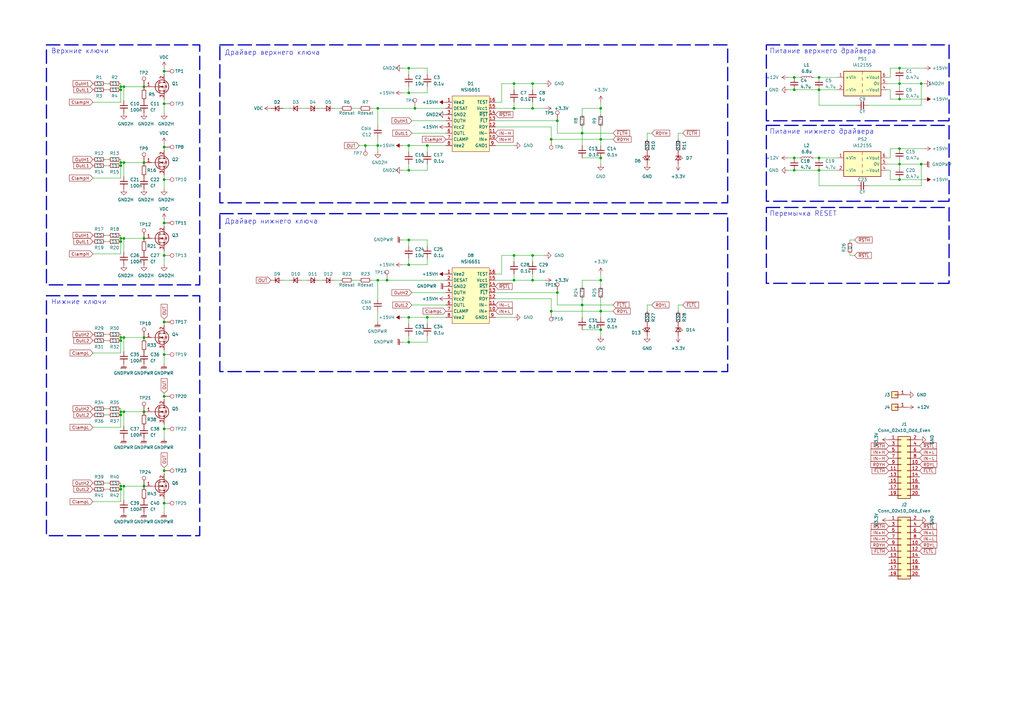
<source format=kicad_sch>
(kicad_sch (version 20230121) (generator eeschema)
  (paper "A3")
  (junction (at 335.915 36.83))
  (junction (at 210.82 114.935))
  (junction (at 325.755 69.85))
  (junction (at 175.26 59.69))
  (junction (at 49.53 99.06))
  (junction (at 49.53 200.66))
  (junction (at 246.38 64.77))
  (junction (at 67.31 42.545))
  (junction (at 246.38 135.255))
  (junction (at 67.31 91.44))
  (junction (at 67.31 175.895))
  (junction (at 49.53 168.91))
  (junction (at 325.755 36.83))
  (junction (at 335.915 69.85))
  (junction (at 67.31 162.56))
  (junction (at 154.94 59.69))
  (junction (at 67.31 73.66))
  (junction (at 49.53 35.56))
  (junction (at 228.6 49.53))
  (junction (at 335.915 64.77))
  (junction (at 67.31 60.325))
  (junction (at 325.755 64.77))
  (junction (at 49.53 138.43))
  (junction (at 149.86 59.69))
  (junction (at 368.935 60.96))
  (junction (at 368.935 34.29))
  (junction (at 238.76 54.61))
  (junction (at 218.44 114.935))
  (junction (at 377.825 34.29))
  (junction (at 167.64 59.69))
  (junction (at 50.8 66.675))
  (junction (at 154.94 114.935))
  (junction (at 59.055 168.91))
  (junction (at 49.53 170.18))
  (junction (at 210.82 104.775))
  (junction (at 246.38 127.635))
  (junction (at 50.8 168.91))
  (junction (at 170.18 44.45))
  (junction (at 50.8 199.39))
  (junction (at 49.53 97.79))
  (junction (at 167.64 27.94))
  (junction (at 368.935 73.66))
  (junction (at 59.055 199.39))
  (junction (at 167.64 98.425))
  (junction (at 167.64 38.1))
  (junction (at 67.31 104.775))
  (junction (at 50.8 97.79))
  (junction (at 167.64 108.585))
  (junction (at 59.055 97.79))
  (junction (at 167.64 140.335))
  (junction (at 210.82 44.45))
  (junction (at 218.44 44.45))
  (junction (at 377.825 67.31))
  (junction (at 167.64 69.85))
  (junction (at 368.935 67.31))
  (junction (at 158.75 114.935))
  (junction (at 335.915 31.75))
  (junction (at 368.935 40.64))
  (junction (at 218.44 104.775))
  (junction (at 175.26 130.175))
  (junction (at 67.31 145.415))
  (junction (at 49.53 36.83))
  (junction (at 368.935 27.94))
  (junction (at 50.8 138.43))
  (junction (at 59.055 138.43))
  (junction (at 325.755 31.75))
  (junction (at 228.6 120.015))
  (junction (at 167.64 130.175))
  (junction (at 49.53 67.945))
  (junction (at 67.31 206.375))
  (junction (at 246.38 114.935))
  (junction (at 154.94 44.45))
  (junction (at 238.76 125.095))
  (junction (at 210.82 34.29))
  (junction (at 218.44 34.29))
  (junction (at 246.38 44.45))
  (junction (at 67.31 29.21))
  (junction (at 49.53 66.675))
  (junction (at 59.055 66.675))
  (junction (at 50.8 35.56))
  (junction (at 67.31 193.04))
  (junction (at 226.06 57.15))
  (junction (at 246.38 57.15))
  (junction (at 67.31 132.08))
  (junction (at 59.055 35.56))
  (junction (at 49.53 199.39))
  (junction (at 49.53 139.7))
  (junction (at 226.06 127.635))
  (wire (pts (xy 137.16 44.45) (xy 139.7 44.45)))
  (wire (pts (xy 67.31 173.99) (xy 67.31 175.895)))
  (wire (pts (xy 59.69 168.91) (xy 59.055 168.91)))
  (wire (pts (xy 228.6 125.095) (xy 238.76 125.095)))
  (wire (pts (xy 175.26 35.56) (xy 175.26 38.1)))
  (wire (pts (xy 278.13 54.61) (xy 278.13 57.15)))
  (wire (pts (xy 280.035 125.095) (xy 278.13 125.095)))
  (wire (pts (xy 238.76 122.555) (xy 238.76 125.095)))
  (wire (pts (xy 203.2 49.53) (xy 228.6 49.53)))
  (wire (pts (xy 49.53 66.675) (xy 49.53 67.945)))
  (wire (pts (xy 49.53 35.56) (xy 50.8 35.56)))
  (wire (pts (xy 154.94 114.935) (xy 154.94 122.555)))
  (wire (pts (xy 167.64 130.175) (xy 175.26 130.175)))
  (wire (pts (xy 246.38 57.15) (xy 246.38 59.69)))
  (wire (pts (xy 49.53 104.14) (xy 49.53 99.06)))
  (wire (pts (xy 49.53 205.74) (xy 49.53 200.66)))
  (wire (pts (xy 59.055 199.39) (xy 59.055 200.025)))
  (wire (pts (xy 246.38 44.45) (xy 246.38 46.99)))
  (wire (pts (xy 167.64 98.425) (xy 175.26 98.425)))
  (wire (pts (xy 50.8 66.675) (xy 59.055 66.675)))
  (wire (pts (xy 175.26 98.425) (xy 175.26 100.965)))
  (wire (pts (xy 67.31 191.77) (xy 67.31 193.04)))
  (wire (pts (xy 167.64 98.425) (xy 167.64 100.965)))
  (wire (pts (xy 165.1 69.85) (xy 167.64 69.85)))
  (wire (pts (xy 43.18 36.83) (xy 44.45 36.83)))
  (wire (pts (xy 50.8 199.39) (xy 50.8 205.105)))
  (wire (pts (xy 228.6 54.61) (xy 238.76 54.61)))
  (wire (pts (xy 368.935 34.29) (xy 368.935 33.02)))
  (wire (pts (xy 246.38 127.635) (xy 251.46 127.635)))
  (wire (pts (xy 335.915 69.85) (xy 343.535 69.85)))
  (wire (pts (xy 158.75 114.935) (xy 182.88 114.935)))
  (wire (pts (xy 49.53 168.91) (xy 50.8 168.91)))
  (wire (pts (xy 67.31 175.895) (xy 67.31 179.705)))
  (wire (pts (xy 43.18 34.29) (xy 44.45 34.29)))
  (wire (pts (xy 49.53 138.43) (xy 49.53 139.7)))
  (wire (pts (xy 368.935 27.94) (xy 379.095 27.94)))
  (wire (pts (xy 238.76 54.61) (xy 238.76 59.69)))
  (wire (pts (xy 363.855 36.83) (xy 365.125 36.83)))
  (wire (pts (xy 363.855 31.75) (xy 365.125 31.75)))
  (wire (pts (xy 238.76 64.77) (xy 246.38 64.77)))
  (wire (pts (xy 205.74 104.775) (xy 210.82 104.775)))
  (wire (pts (xy 210.82 104.775) (xy 218.44 104.775)))
  (wire (pts (xy 246.38 41.91) (xy 246.38 44.45)))
  (wire (pts (xy 323.215 36.83) (xy 325.755 36.83)))
  (wire (pts (xy 246.38 114.935) (xy 246.38 117.475)))
  (wire (pts (xy 144.78 114.935) (xy 147.32 114.935)))
  (wire (pts (xy 365.125 64.77) (xy 365.125 60.96)))
  (wire (pts (xy 175.26 130.175) (xy 175.26 132.715)))
  (wire (pts (xy 365.125 27.94) (xy 368.935 27.94)))
  (wire (pts (xy 203.2 44.45) (xy 210.82 44.45)))
  (wire (pts (xy 49.53 199.39) (xy 50.8 199.39)))
  (wire (pts (xy 59.69 138.43) (xy 59.055 138.43)))
  (wire (pts (xy 348.615 98.425) (xy 348.615 99.06)))
  (wire (pts (xy 49.53 199.39) (xy 49.53 200.66)))
  (wire (pts (xy 351.155 76.2) (xy 335.915 76.2)))
  (wire (pts (xy 218.44 114.935) (xy 223.52 114.935)))
  (wire (pts (xy 167.64 59.69) (xy 167.64 62.23)))
  (wire (pts (xy 238.76 54.61) (xy 251.46 54.61)))
  (wire (pts (xy 238.76 135.255) (xy 246.38 135.255)))
  (wire (pts (xy 365.125 60.96) (xy 368.935 60.96)))
  (wire (pts (xy 154.94 114.935) (xy 158.75 114.935)))
  (wire (pts (xy 49.53 41.91) (xy 49.53 36.83)))
  (wire (pts (xy 377.825 76.2) (xy 377.825 67.31)))
  (wire (pts (xy 49.53 137.16) (xy 49.53 138.43)))
  (wire (pts (xy 238.76 44.45) (xy 246.38 44.45)))
  (wire (pts (xy 377.825 43.18) (xy 377.825 34.29)))
  (wire (pts (xy 368.935 34.29) (xy 368.935 35.56)))
  (wire (pts (xy 50.8 138.43) (xy 50.8 144.145)))
  (wire (pts (xy 50.8 35.56) (xy 50.8 41.275)))
  (wire (pts (xy 365.125 40.64) (xy 368.935 40.64)))
  (wire (pts (xy 325.755 69.85) (xy 335.915 69.85)))
  (wire (pts (xy 175.26 27.94) (xy 175.26 30.48)))
  (wire (pts (xy 49.53 73.025) (xy 49.53 67.945)))
  (wire (pts (xy 38.1 205.74) (xy 49.53 205.74)))
  (wire (pts (xy 67.31 145.415) (xy 67.31 149.225)))
  (wire (pts (xy 165.1 38.1) (xy 167.64 38.1)))
  (wire (pts (xy 210.82 114.935) (xy 218.44 114.935)))
  (wire (pts (xy 67.31 27.94) (xy 67.31 29.21)))
  (wire (pts (xy 67.31 104.775) (xy 67.31 108.585)))
  (wire (pts (xy 238.76 46.99) (xy 238.76 44.45)))
  (wire (pts (xy 218.44 114.935) (xy 218.44 112.395)))
  (wire (pts (xy 363.855 69.85) (xy 365.125 69.85)))
  (wire (pts (xy 67.31 143.51) (xy 67.31 145.415)))
  (wire (pts (xy 49.53 97.79) (xy 49.53 99.06)))
  (wire (pts (xy 228.6 49.53) (xy 228.6 54.61)))
  (wire (pts (xy 210.82 44.45) (xy 218.44 44.45)))
  (wire (pts (xy 368.935 73.66) (xy 379.095 73.66)))
  (wire (pts (xy 43.18 170.18) (xy 44.45 170.18)))
  (wire (pts (xy 203.2 59.69) (xy 210.82 59.69)))
  (wire (pts (xy 49.53 65.405) (xy 49.53 66.675)))
  (wire (pts (xy 49.53 198.12) (xy 49.53 199.39)))
  (wire (pts (xy 210.82 36.83) (xy 210.82 34.29)))
  (wire (pts (xy 67.31 130.81) (xy 67.31 132.08)))
  (wire (pts (xy 175.26 59.69) (xy 175.26 62.23)))
  (wire (pts (xy 265.43 54.61) (xy 265.43 57.15)))
  (wire (pts (xy 203.2 112.395) (xy 205.74 112.395)))
  (wire (pts (xy 377.825 34.29) (xy 368.935 34.29)))
  (wire (pts (xy 325.755 31.75) (xy 328.295 31.75)))
  (wire (pts (xy 49.53 138.43) (xy 50.8 138.43)))
  (wire (pts (xy 335.915 43.18) (xy 335.915 36.83)))
  (wire (pts (xy 182.88 59.69) (xy 175.26 59.69)))
  (wire (pts (xy 67.31 193.04) (xy 67.31 194.31)))
  (wire (pts (xy 38.1 175.26) (xy 49.53 175.26)))
  (wire (pts (xy 365.125 69.85) (xy 365.125 73.66)))
  (wire (pts (xy 165.1 59.69) (xy 167.64 59.69)))
  (wire (pts (xy 278.13 125.095) (xy 278.13 127.635)))
  (wire (pts (xy 50.8 199.39) (xy 59.055 199.39)))
  (wire (pts (xy 350.52 98.425) (xy 348.615 98.425)))
  (wire (pts (xy 43.18 167.64) (xy 44.45 167.64)))
  (wire (pts (xy 67.31 90.17) (xy 67.31 91.44)))
  (wire (pts (xy 265.43 125.095) (xy 265.43 127.635)))
  (wire (pts (xy 154.94 44.45) (xy 170.18 44.45)))
  (wire (pts (xy 38.1 73.025) (xy 49.53 73.025)))
  (wire (pts (xy 154.94 59.69) (xy 154.94 62.23)))
  (wire (pts (xy 170.18 44.45) (xy 182.88 44.45)))
  (wire (pts (xy 280.035 54.61) (xy 278.13 54.61)))
  (wire (pts (xy 168.91 49.53) (xy 182.88 49.53)))
  (wire (pts (xy 50.8 97.79) (xy 59.055 97.79)))
  (wire (pts (xy 246.38 127.635) (xy 246.38 130.175)))
  (wire (pts (xy 203.2 114.935) (xy 210.82 114.935)))
  (wire (pts (xy 154.94 127.635) (xy 154.94 132.08)))
  (wire (pts (xy 348.615 104.775) (xy 350.52 104.775)))
  (wire (pts (xy 43.18 200.66) (xy 44.45 200.66)))
  (wire (pts (xy 49.53 66.675) (xy 50.8 66.675)))
  (wire (pts (xy 203.2 120.015) (xy 228.6 120.015)))
  (wire (pts (xy 123.825 114.935) (xy 125.73 114.935)))
  (wire (pts (xy 123.825 44.45) (xy 125.73 44.45)))
  (wire (pts (xy 223.52 34.29) (xy 218.44 34.29)))
  (wire (pts (xy 363.855 34.29) (xy 368.935 34.29)))
  (wire (pts (xy 49.53 96.52) (xy 49.53 97.79)))
  (wire (pts (xy 116.205 114.935) (xy 118.745 114.935)))
  (wire (pts (xy 210.82 107.315) (xy 210.82 104.775)))
  (wire (pts (xy 368.935 67.31) (xy 368.935 68.58)))
  (wire (pts (xy 67.31 40.64) (xy 67.31 42.545)))
  (wire (pts (xy 49.53 144.78) (xy 49.53 139.7)))
  (wire (pts (xy 152.4 114.935) (xy 154.94 114.935)))
  (wire (pts (xy 49.53 167.64) (xy 49.53 168.91)))
  (wire (pts (xy 238.76 117.475) (xy 238.76 114.935)))
  (wire (pts (xy 59.69 199.39) (xy 59.055 199.39)))
  (wire (pts (xy 377.825 67.31) (xy 368.935 67.31)))
  (wire (pts (xy 59.055 168.91) (xy 59.055 169.545)))
  (wire (pts (xy 323.215 69.85) (xy 325.755 69.85)))
  (wire (pts (xy 223.52 104.775) (xy 218.44 104.775)))
  (wire (pts (xy 168.91 125.095) (xy 182.88 125.095)))
  (wire (pts (xy 356.235 43.18) (xy 377.825 43.18)))
  (wire (pts (xy 205.74 112.395) (xy 205.74 104.775)))
  (wire (pts (xy 59.69 97.79) (xy 59.055 97.79)))
  (wire (pts (xy 167.64 67.31) (xy 167.64 69.85)))
  (wire (pts (xy 49.53 34.29) (xy 49.53 35.56)))
  (wire (pts (xy 59.055 97.79) (xy 59.055 98.425)))
  (wire (pts (xy 167.64 35.56) (xy 167.64 38.1)))
  (wire (pts (xy 43.18 96.52) (xy 44.45 96.52)))
  (wire (pts (xy 43.18 65.405) (xy 44.45 65.405)))
  (wire (pts (xy 67.31 91.44) (xy 67.31 92.71)))
  (wire (pts (xy 226.06 52.07) (xy 226.06 57.15)))
  (wire (pts (xy 50.8 168.91) (xy 59.055 168.91)))
  (wire (pts (xy 130.81 44.45) (xy 132.08 44.45)))
  (wire (pts (xy 365.125 31.75) (xy 365.125 27.94)))
  (wire (pts (xy 348.615 104.14) (xy 348.615 104.775)))
  (wire (pts (xy 67.31 71.755) (xy 67.31 73.66)))
  (wire (pts (xy 168.91 120.015) (xy 182.88 120.015)))
  (wire (pts (xy 49.53 175.26) (xy 49.53 170.18)))
  (wire (pts (xy 67.31 29.21) (xy 67.31 30.48)))
  (wire (pts (xy 205.74 41.91) (xy 205.74 34.29)))
  (wire (pts (xy 205.74 34.29) (xy 210.82 34.29)))
  (wire (pts (xy 226.06 122.555) (xy 226.06 127.635)))
  (wire (pts (xy 59.69 66.675) (xy 59.055 66.675)))
  (wire (pts (xy 137.16 114.935) (xy 139.7 114.935)))
  (wire (pts (xy 333.375 64.77) (xy 335.915 64.77)))
  (wire (pts (xy 238.76 125.095) (xy 238.76 130.175)))
  (wire (pts (xy 246.38 122.555) (xy 246.38 127.635)))
  (wire (pts (xy 67.31 206.375) (xy 67.31 210.185)))
  (wire (pts (xy 368.935 40.64) (xy 379.095 40.64)))
  (wire (pts (xy 323.215 31.75) (xy 325.755 31.75)))
  (wire (pts (xy 43.18 67.945) (xy 44.45 67.945)))
  (wire (pts (xy 67.31 132.08) (xy 67.31 133.35)))
  (wire (pts (xy 49.53 168.91) (xy 49.53 170.18)))
  (wire (pts (xy 130.81 114.935) (xy 132.08 114.935)))
  (wire (pts (xy 210.82 34.29) (xy 218.44 34.29)))
  (wire (pts (xy 167.64 38.1) (xy 175.26 38.1)))
  (wire (pts (xy 203.2 130.175) (xy 210.82 130.175)))
  (wire (pts (xy 365.125 36.83) (xy 365.125 40.64)))
  (wire (pts (xy 167.64 106.045) (xy 167.64 108.585)))
  (wire (pts (xy 323.215 64.77) (xy 325.755 64.77)))
  (wire (pts (xy 147.32 59.69) (xy 149.86 59.69)))
  (wire (pts (xy 38.1 104.14) (xy 49.53 104.14)))
  (wire (pts (xy 368.935 60.96) (xy 379.095 60.96)))
  (wire (pts (xy 238.76 52.07) (xy 238.76 54.61)))
  (wire (pts (xy 167.64 27.94) (xy 175.26 27.94)))
  (wire (pts (xy 226.06 57.15) (xy 246.38 57.15)))
  (wire (pts (xy 167.64 130.175) (xy 167.64 132.715)))
  (wire (pts (xy 165.1 130.175) (xy 167.64 130.175)))
  (wire (pts (xy 226.06 127.635) (xy 246.38 127.635)))
  (wire (pts (xy 59.69 35.56) (xy 59.055 35.56)))
  (wire (pts (xy 356.235 76.2) (xy 377.825 76.2)))
  (wire (pts (xy 377.825 67.31) (xy 379.095 67.31)))
  (wire (pts (xy 210.82 41.91) (xy 210.82 44.45)))
  (wire (pts (xy 67.31 60.325) (xy 67.31 61.595)))
  (wire (pts (xy 377.825 34.29) (xy 379.095 34.29)))
  (wire (pts (xy 43.18 139.7) (xy 44.45 139.7)))
  (wire (pts (xy 246.38 64.77) (xy 246.38 67.31)))
  (wire (pts (xy 59.055 66.675) (xy 59.055 67.31)))
  (wire (pts (xy 144.78 44.45) (xy 147.32 44.45)))
  (wire (pts (xy 238.76 125.095) (xy 251.46 125.095)))
  (wire (pts (xy 167.64 59.69) (xy 175.26 59.69)))
  (wire (pts (xy 67.31 102.87) (xy 67.31 104.775)))
  (wire (pts (xy 67.31 204.47) (xy 67.31 206.375)))
  (wire (pts (xy 175.26 69.85) (xy 175.26 67.31)))
  (wire (pts (xy 38.1 144.78) (xy 49.53 144.78)))
  (wire (pts (xy 50.8 97.79) (xy 50.8 103.505)))
  (wire (pts (xy 218.44 44.45) (xy 223.52 44.45)))
  (wire (pts (xy 368.935 67.31) (xy 368.935 66.04)))
  (wire (pts (xy 218.44 34.29) (xy 218.44 36.83)))
  (wire (pts (xy 246.38 57.15) (xy 251.46 57.15)))
  (wire (pts (xy 167.64 108.585) (xy 175.26 108.585)))
  (wire (pts (xy 154.94 44.45) (xy 154.94 51.435)))
  (wire (pts (xy 49.53 97.79) (xy 50.8 97.79)))
  (wire (pts (xy 175.26 106.045) (xy 175.26 108.585)))
  (wire (pts (xy 363.855 64.77) (xy 365.125 64.77)))
  (wire (pts (xy 168.91 54.61) (xy 182.88 54.61)))
  (wire (pts (xy 49.53 35.56) (xy 49.53 36.83)))
  (wire (pts (xy 43.18 198.12) (xy 44.45 198.12)))
  (wire (pts (xy 218.44 44.45) (xy 218.44 41.91)))
  (wire (pts (xy 203.2 122.555) (xy 226.06 122.555)))
  (wire (pts (xy 218.44 104.775) (xy 218.44 107.315)))
  (wire (pts (xy 43.18 99.06) (xy 44.45 99.06)))
  (wire (pts (xy 325.755 36.83) (xy 335.915 36.83)))
  (wire (pts (xy 203.2 52.07) (xy 226.06 52.07)))
  (wire (pts (xy 59.055 35.56) (xy 59.055 36.195)))
  (wire (pts (xy 246.38 135.255) (xy 246.38 137.795)))
  (wire (pts (xy 50.8 66.675) (xy 50.8 72.39)))
  (wire (pts (xy 228.6 120.015) (xy 228.6 125.095)))
  (wire (pts (xy 50.8 168.91) (xy 50.8 174.625)))
  (wire (pts (xy 167.64 140.335) (xy 175.26 140.335)))
  (wire (pts (xy 154.94 56.515) (xy 154.94 59.69)))
  (wire (pts (xy 149.86 59.69) (xy 154.94 59.69)))
  (wire (pts (xy 246.38 52.07) (xy 246.38 57.15)))
  (wire (pts (xy 116.205 44.45) (xy 118.745 44.45)))
  (wire (pts (xy 182.88 130.175) (xy 175.26 130.175)))
  (wire (pts (xy 50.8 35.56) (xy 59.055 35.56)))
  (wire (pts (xy 246.38 112.395) (xy 246.38 114.935)))
  (wire (pts (xy 175.26 140.335) (xy 175.26 137.795)))
  (wire (pts (xy 67.31 161.29) (xy 67.31 162.56)))
  (wire (pts (xy 333.375 31.75) (xy 335.915 31.75)))
  (wire (pts (xy 165.1 140.335) (xy 167.64 140.335)))
  (wire (pts (xy 67.31 162.56) (xy 67.31 163.83)))
  (wire (pts (xy 67.31 59.055) (xy 67.31 60.325)))
  (wire (pts (xy 165.1 98.425) (xy 167.64 98.425)))
  (wire (pts (xy 203.2 41.91) (xy 205.74 41.91)))
  (wire (pts (xy 152.4 44.45) (xy 154.94 44.45)))
  (wire (pts (xy 363.855 67.31) (xy 368.935 67.31)))
  (wire (pts (xy 165.1 108.585) (xy 167.64 108.585)))
  (wire (pts (xy 43.18 137.16) (xy 44.45 137.16)))
  (wire (pts (xy 335.915 76.2) (xy 335.915 69.85)))
  (wire (pts (xy 167.64 137.795) (xy 167.64 140.335)))
  (wire (pts (xy 67.31 42.545) (xy 67.31 46.355)))
  (wire (pts (xy 267.335 125.095) (xy 265.43 125.095)))
  (wire (pts (xy 351.155 43.18) (xy 335.915 43.18)))
  (wire (pts (xy 67.31 73.66) (xy 67.31 77.47)))
  (wire (pts (xy 365.125 73.66) (xy 368.935 73.66)))
  (wire (pts (xy 59.055 138.43) (xy 59.055 139.065)))
  (wire (pts (xy 210.82 112.395) (xy 210.82 114.935)))
  (wire (pts (xy 335.915 31.75) (xy 343.535 31.75)))
  (wire (pts (xy 167.64 69.85) (xy 175.26 69.85)))
  (wire (pts (xy 335.915 64.77) (xy 343.535 64.77)))
  (wire (pts (xy 325.755 64.77) (xy 328.295 64.77)))
  (wire (pts (xy 335.915 36.83) (xy 343.535 36.83)))
  (wire (pts (xy 165.1 27.94) (xy 167.64 27.94)))
  (wire (pts (xy 238.76 114.935) (xy 246.38 114.935)))
  (wire (pts (xy 167.64 27.94) (xy 167.64 30.48)))
  (wire (pts (xy 267.335 54.61) (xy 265.43 54.61)))
  (wire (pts (xy 50.8 138.43) (xy 59.055 138.43)))
  (wire (pts (xy 38.1 41.91) (xy 49.53 41.91)))
  (rectangle (start 90.17 18.415) (end 298.45 83.185) (stroke (width 0.5) (type dash)))
  (rectangle (start 314.325 51.435) (end 389.255 82.55) (stroke (width 0.5) (type dash)))
  (rectangle (start 90.17 87.63) (end 298.45 152.4) (stroke (width 0.5) (type dash)))
  (rectangle (start 314.325 85.09) (end 389.255 116.205) (stroke (width 0.5) (type dash)))
  (rectangle (start 19.05 18.415) (end 81.915 116.84) (stroke (width 0.5) (type dash)))
  (rectangle (start 314.325 18.415) (end 389.255 49.53) (stroke (width 0.5) (type dash)))
  (rectangle (start 19.05 121.285) (end 81.915 219.71) (stroke (width 0.5) (type dash)))
  (text "Питание верхнего драйвера" (at 315.595 22.225 0) (effects (font (size 2 2)) (justify left bottom)))
  (text "Драйвер нижнего ключа" (at 92.075 92.075 0) (effects (font (size 2 2)) (justify left bottom)))
  (text "Нижние ключи" (at 20.955 125.095 0) (effects (font (size 2 2)) (justify left bottom)))
  (text "Питание нижнего драйвера" (at 315.595 55.245 0) (effects (font (size 2 2)) (justify left bottom)))
  (text "Драйвер верхнего ключа" (at 92.075 22.86 0) (effects (font (size 2 2)) (justify left bottom)))
  (text "Верхние ключи" (at 20.955 22.225 0) (effects (font (size 2 2)) (justify left bottom)))
  (text "Перемычка RESET" (at 315.595 88.9 0) (effects (font (size 2 2)) (justify left bottom)))
  (global_label "RDYL" (shape input) (at 267.335 125.095 0) (property "Intersheetrefs" "${INTERSHEET_REFS}" (effects hide)))
  (global_label "~{RSTH}" (shape input) (at 350.52 98.425 0) (property "Intersheetrefs" "${INTERSHEET_REFS}" (effects hide)))
  (global_label "OutH1" (shape input) (at 38.1 34.29 180) (property "Intersheetrefs" "${INTERSHEET_REFS}" (effects hide)))
  (global_label "ClampL" (shape input) (at 38.1 175.26 180) (property "Intersheetrefs" "${INTERSHEET_REFS}" (effects hide)))
  (global_label "~{FLTH}" (shape input) (at 364.49 226.06 180) (property "Intersheetrefs" "${INTERSHEET_REFS}" (effects hide)))
  (global_label "IN+L" (shape input) (at 203.2 127.635 0) (property "Intersheetrefs" "${INTERSHEET_REFS}" (effects hide)))
  (global_label "IN+H" (shape input) (at 364.49 218.44 180) (property "Intersheetrefs" "${INTERSHEET_REFS}" (effects hide)))
  (global_label "OutL2" (shape input) (at 38.1 139.7 180) (property "Intersheetrefs" "${INTERSHEET_REFS}" (effects hide)))
  (global_label "OutL2" (shape input) (at 168.91 125.095 180) (property "Intersheetrefs" "${INTERSHEET_REFS}" (effects hide)))
  (global_label "~{RSTH}" (shape input) (at 364.49 182.88 180) (property "Intersheetrefs" "${INTERSHEET_REFS}" (effects hide)))
  (global_label "OutH2" (shape input) (at 168.91 120.015 180) (property "Intersheetrefs" "${INTERSHEET_REFS}" (effects hide)))
  (global_label "IN+L" (shape input) (at 377.19 185.42 0) (property "Intersheetrefs" "${INTERSHEET_REFS}" (effects hide)))
  (global_label "~{FLTH}" (shape input) (at 251.46 54.61 0) (property "Intersheetrefs" "${INTERSHEET_REFS}" (effects hide)))
  (global_label "IN-L" (shape input) (at 377.19 187.96 0) (property "Intersheetrefs" "${INTERSHEET_REFS}" (effects hide)))
  (global_label "RDYH" (shape input) (at 364.49 190.5 180) (property "Intersheetrefs" "${INTERSHEET_REFS}" (effects hide)))
  (global_label "OutH2" (shape input) (at 38.1 137.16 180) (property "Intersheetrefs" "${INTERSHEET_REFS}" (effects hide)))
  (global_label "ClampH" (shape input) (at 182.88 57.15 180) (property "Intersheetrefs" "${INTERSHEET_REFS}" (effects hide)))
  (global_label "~{FLTH}" (shape input) (at 364.49 193.04 180) (property "Intersheetrefs" "${INTERSHEET_REFS}" (effects hide)))
  (global_label "ClampH" (shape input) (at 38.1 41.91 180) (property "Intersheetrefs" "${INTERSHEET_REFS}" (effects hide)))
  (global_label "RDYL" (shape input) (at 377.19 223.52 0) (property "Intersheetrefs" "${INTERSHEET_REFS}" (effects hide)))
  (global_label "ClampL" (shape input) (at 38.1 205.74 180) (property "Intersheetrefs" "${INTERSHEET_REFS}" (effects hide)))
  (global_label "OutH1" (shape input) (at 38.1 65.405 180) (property "Intersheetrefs" "${INTERSHEET_REFS}" (effects hide)))
  (global_label "~{FLTL}" (shape input) (at 280.035 125.095 0) (property "Intersheetrefs" "${INTERSHEET_REFS}" (effects hide)))
  (global_label "IN+L" (shape input) (at 377.19 218.44 0) (property "Intersheetrefs" "${INTERSHEET_REFS}" (effects hide)))
  (global_label "OUT" (shape input) (at 67.31 130.81 90) (property "Intersheetrefs" "${INTERSHEET_REFS}" (effects hide)))
  (global_label "~{RSTL}" (shape input) (at 377.19 215.9 0) (property "Intersheetrefs" "${INTERSHEET_REFS}" (effects hide)))
  (global_label "OUT" (shape input) (at 111.125 114.935 180) (property "Intersheetrefs" "${INTERSHEET_REFS}" (effects hide)))
  (global_label "~{RSTL}" (shape input) (at 377.19 182.88 0) (property "Intersheetrefs" "${INTERSHEET_REFS}" (effects hide)))
  (global_label "ClampL" (shape input) (at 182.88 127.635 180) (property "Intersheetrefs" "${INTERSHEET_REFS}" (effects hide)))
  (global_label "OutL1" (shape input) (at 168.91 54.61 180) (property "Intersheetrefs" "${INTERSHEET_REFS}" (effects hide)))
  (global_label "~{FLTH}" (shape input) (at 280.035 54.61 0) (property "Intersheetrefs" "${INTERSHEET_REFS}" (effects hide)))
  (global_label "IN-H" (shape input) (at 364.49 187.96 180) (property "Intersheetrefs" "${INTERSHEET_REFS}" (effects hide)))
  (global_label "RDYH" (shape input) (at 364.49 223.52 180) (property "Intersheetrefs" "${INTERSHEET_REFS}" (effects hide)))
  (global_label "IN-H" (shape input) (at 364.49 220.98 180) (property "Intersheetrefs" "${INTERSHEET_REFS}" (effects hide)))
  (global_label "OutL1" (shape input) (at 38.1 67.945 180) (property "Intersheetrefs" "${INTERSHEET_REFS}" (effects hide)))
  (global_label "RDYH" (shape input) (at 267.335 54.61 0) (property "Intersheetrefs" "${INTERSHEET_REFS}" (effects hide)))
  (global_label "OutH2" (shape input) (at 38.1 198.12 180) (property "Intersheetrefs" "${INTERSHEET_REFS}" (effects hide)))
  (global_label "OutL2" (shape input) (at 38.1 170.18 180) (property "Intersheetrefs" "${INTERSHEET_REFS}" (effects hide)))
  (global_label "OUT" (shape input) (at 147.32 59.69 180) (property "Intersheetrefs" "${INTERSHEET_REFS}" (effects hide)))
  (global_label "OutH2" (shape input) (at 38.1 167.64 180) (property "Intersheetrefs" "${INTERSHEET_REFS}" (effects hide)))
  (global_label "RDYH" (shape input) (at 251.46 57.15 0) (property "Intersheetrefs" "${INTERSHEET_REFS}" (effects hide)))
  (global_label "ClampH" (shape input) (at 38.1 104.14 180) (property "Intersheetrefs" "${INTERSHEET_REFS}" (effects hide)))
  (global_label "OutL1" (shape input) (at 38.1 36.83 180) (property "Intersheetrefs" "${INTERSHEET_REFS}" (effects hide)))
  (global_label "OutL2" (shape input) (at 38.1 200.66 180) (property "Intersheetrefs" "${INTERSHEET_REFS}" (effects hide)))
  (global_label "~{FLTL}" (shape input) (at 377.19 193.04 0) (property "Intersheetrefs" "${INTERSHEET_REFS}" (effects hide)))
  (global_label "OutH1" (shape input) (at 38.1 96.52 180) (property "Intersheetrefs" "${INTERSHEET_REFS}" (effects hide)))
  (global_label "IN-H" (shape input) (at 203.2 54.61 0) (property "Intersheetrefs" "${INTERSHEET_REFS}" (effects hide)))
  (global_label "OUT" (shape input) (at 67.31 191.77 90) (property "Intersheetrefs" "${INTERSHEET_REFS}" (effects hide)))
  (global_label "RDYL" (shape input) (at 377.19 190.5 0) (property "Intersheetrefs" "${INTERSHEET_REFS}" (effects hide)))
  (global_label "IN+H" (shape input) (at 203.2 57.15 0) (property "Intersheetrefs" "${INTERSHEET_REFS}" (effects hide)))
  (global_label "~{RSTH}" (shape input) (at 203.2 46.99 0) (property "Intersheetrefs" "${INTERSHEET_REFS}" (effects hide)))
  (global_label "IN+H" (shape input) (at 364.49 185.42 180) (property "Intersheetrefs" "${INTERSHEET_REFS}" (effects hide)))
  (global_label "ClampL" (shape input) (at 38.1 144.78 180) (property "Intersheetrefs" "${INTERSHEET_REFS}" (effects hide)))
  (global_label "~{FLTL}" (shape input) (at 251.46 125.095 0) (property "Intersheetrefs" "${INTERSHEET_REFS}" (effects hide)))
  (global_label "OUT" (shape input) (at 67.31 161.29 90) (property "Intersheetrefs" "${INTERSHEET_REFS}" (effects hide)))
  (global_label "ClampH" (shape input) (at 38.1 73.025 180) (property "Intersheetrefs" "${INTERSHEET_REFS}" (effects hide)))
  (global_label "OutL1" (shape input) (at 38.1 99.06 180) (property "Intersheetrefs" "${INTERSHEET_REFS}" (effects hide)))
  (global_label "IN-L" (shape input) (at 203.2 125.095 0) (property "Intersheetrefs" "${INTERSHEET_REFS}" (effects hide)))
  (global_label "RDYL" (shape input) (at 251.46 127.635 0) (property "Intersheetrefs" "${INTERSHEET_REFS}" (effects hide)))
  (global_label "~{FLTL}" (shape input) (at 377.19 226.06 0) (property "Intersheetrefs" "${INTERSHEET_REFS}" (effects hide)))
  (global_label "~{RSTL}" (shape input) (at 350.52 104.775 0) (property "Intersheetrefs" "${INTERSHEET_REFS}" (effects hide)))
  (global_label "~{RSTH}" (shape input) (at 364.49 215.9 180) (property "Intersheetrefs" "${INTERSHEET_REFS}" (effects hide)))
  (global_label "OutH1" (shape input) (at 168.91 49.53 180) (property "Intersheetrefs" "${INTERSHEET_REFS}" (effects hide)))
  (global_label "~{RSTL}" (shape input) (at 203.2 117.475 0) (property "Intersheetrefs" "${INTERSHEET_REFS}" (effects hide)))
  (global_label "IN-L" (shape input) (at 377.19 220.98 0) (property "Intersheetrefs" "${INTERSHEET_REFS}" (effects hide)))
  (symbol (lib_id "Device:C_Small") (at 353.695 43.18 90) (unit 1)
    (property "Reference" "C9" (at 353.695 40.64 90))
    (property "Value" "CY" (at 353.695 45.72 90))
    (property "Footprint" "Capacitor_SMD:C_0603_1608Metric_Pad1.08x0.95mm_HandSolder" (effects hide))
  )
  (symbol (lib_id "power_my:GND2H") (at 50.8 46.355 0) (unit 1) (in_bom no) (on_board no)
    (property "Reference" "#PWR014" (effects hide))
    (property "Value" "GND2H" (at 48.26 50.8 0) (effects (justify left)))
  )
  (symbol (lib_id "Device:R_Small") (at 40.64 170.18 270) (unit 1)
    (property "Reference" "R36" (at 40.64 172.72 90))
    (property "Value" "15" (at 40.64 170.18 90))
    (property "Footprint" "Resistor_SMD:R_1206_3216Metric_Pad1.30x1.75mm_HandSolder" (effects hide))
  )
  (symbol (lib_id "power_my:GND2H") (at 165.1 27.94 270) (unit 1) (in_bom no) (on_board no)
    (property "Reference" "#PWR02" (effects hide))
    (property "Value" "GND2H" (at 156.845 27.94 90) (effects (justify left)))
  )
  (symbol (lib_id "Connector:TestPoint") (at 59.055 168.91 0) (unit 1)
    (property "Reference" "TP21" (at 57.15 163.195 0) (effects (justify left)))
    (property "Value" "TestPoint" (effects hide))
    (property "Footprint" "TestPoint:TestPoint_Loop_D2.50mm_Drill1.0mm_LowProfile" (effects hide))
  )
  (symbol (lib_id "Transistor_FET:C2M0280120D") (at 64.77 35.56 0) (unit 1)
    (property "Reference" "Q1" (at 70.485 34.29 0) (effects (justify left)))
    (property "Value" "C2M0280120D" (effects hide))
    (property "Footprint" "Package_TO_SOT_THT:TO-220-3_Horizontal_TabUp" (effects hide))
    (property "Datasheet" "https://www.wolfspeed.com/media/downloads/171/C2M0280120D.pdf" (effects hide))
  )
  (symbol (lib_id "power_my:+15VL") (at 165.1 108.585 90) (unit 1) (in_bom no) (on_board no)
    (property "Reference" "#PWR041" (effects hide))
    (property "Value" "+15VL" (at 161.925 108.585 90) (effects (justify left)))
  )
  (symbol (lib_id "power:GND") (at 323.215 69.85 270) (unit 1)
    (property "Reference" "#PWR030" (effects hide))
    (property "Value" "GND" (at 319.405 69.85 90) (effects (justify right)))
  )
  (symbol (lib_id "Connector_Generic:Conn_02x10_Odd_Even") (at 369.57 223.52 0) (unit 1)
    (property "Reference" "J2" (at 370.84 207.01 0))
    (property "Value" "Conn_02x10_Odd_Even" (at 370.84 209.55 0))
    (property "Footprint" "Connector_PinHeader_2.54mm:PinHeader_2x10_P2.54mm_Vertical" (effects hide))
  )
  (symbol (lib_id "power_my:GND2H") (at 59.055 108.585 0) (unit 1) (in_bom no) (on_board no)
    (property "Reference" "#PWR039" (effects hide))
    (property "Value" "GND2H" (at 56.515 113.03 0) (effects (justify left)))
  )
  (symbol (lib_id "power:+3.3V") (at 246.38 41.91 0) (unit 1)
    (property "Reference" "#PWR011" (effects hide))
    (property "Value" "+3.3V" (at 246.38 36.83 0))
  )
  (symbol (lib_id "power:GNDPWR") (at 59.055 210.185 0) (unit 1)
    (property "Reference" "#PWR063" (effects hide))
    (property "Value" "GNDPWR" (at 58.928 213.995 0))
  )
  (symbol (lib_id "Device:R_Small") (at 46.99 200.66 270) (unit 1)
    (property "Reference" "R42" (at 46.99 203.2 90))
    (property "Value" "15" (at 46.99 200.66 90))
    (property "Footprint" "Resistor_SMD:R_1206_3216Metric_Pad1.30x1.75mm_HandSolder" (effects hide))
  )
  (symbol (lib_id "Device:R_Small") (at 40.64 34.29 90) (unit 1)
    (property "Reference" "R1" (at 40.64 31.75 90))
    (property "Value" "15" (at 40.64 34.29 90))
    (property "Footprint" "Resistor_SMD:R_1206_3216Metric_Pad1.30x1.75mm_HandSolder" (effects hide))
  )
  (symbol (lib_id "Device:C_Small") (at 335.915 67.31 0) (unit 1)
    (property "Reference" "C19" (at 338.455 66.0463 0) (effects (justify left)))
    (property "Value" "4.7u" (at 338.455 68.5863 0) (effects (justify left)))
    (property "Footprint" "Capacitor_SMD:C_0603_1608Metric_Pad1.08x0.95mm_HandSolder" (effects hide))
  )
  (symbol (lib_id "Device:C_Small") (at 154.94 53.975 180) (unit 1)
    (property "Reference" "C12" (at 152.4 55.2387 0) (effects (justify left)))
    (property "Value" "Cblk" (at 152.4 52.6987 0) (effects (justify left)))
    (property "Footprint" "Capacitor_SMD:C_0603_1608Metric_Pad1.08x0.95mm_HandSolder" (effects hide))
  )
  (symbol (lib_id "Connector_Generic:Conn_01x01") (at 367.03 161.925 180) (unit 1)
    (property "Reference" "J3" (at 363.855 161.925 0))
    (property "Value" "Conn_01x01" (effects hide))
    (property "Footprint" "Connector_My:Power_Wire" (effects hide))
  )
  (symbol (lib_id "Connector:TestPoint") (at 67.31 104.775 270) (unit 1)
    (property "Reference" "TP13" (at 71.755 104.775 90) (effects (justify left)))
    (property "Value" "TestPoint" (effects hide))
    (property "Footprint" "TestPoint:TestPoint_Loop_D2.50mm_Drill1.0mm_LowProfile" (effects hide))
  )
  (symbol (lib_id "Device:LED_Small") (at 265.43 64.77 90) (unit 1)
    (property "Reference" "D6" (at 262.89 65.9765 90) (effects (justify left)))
    (property "Value" "LED_Small" (effects hide))
  )
  (symbol (lib_id "Device:C_Small") (at 167.64 135.255 0) (unit 1)
    (property "Reference" "C33" (at 170.18 133.9913 0) (effects (justify left)))
    (property "Value" "10u" (at 170.18 136.5313 0) (effects (justify left)))
    (property "Footprint" "Capacitor_SMD:C_0603_1608Metric_Pad1.08x0.95mm_HandSolder" (effects hide))
  )
  (symbol (lib_id "power_my:GND2H") (at 379.095 34.29 90) (unit 1) (in_bom no) (on_board no)
    (property "Reference" "#PWR06" (effects hide))
    (property "Value" "GND2H" (at 387.35 34.29 90) (effects (justify left)))
  )
  (symbol (lib_id "Connector:TestPoint") (at 228.6 49.53 0) (unit 1)
    (property "Reference" "TP5" (at 223.52 46.355 0) (effects (justify left)))
    (property "Value" "TestPoint" (effects hide))
    (property "Footprint" "TestPoint:TestPoint_Loop_D2.50mm_Drill1.0mm_LowProfile" (effects hide))
  )
  (symbol (lib_id "power:GNDPWR") (at 67.31 210.185 0) (unit 1)
    (property "Reference" "#PWR064" (effects hide))
    (property "Value" "GNDPWR" (at 67.183 213.995 0))
  )
  (symbol (lib_id "Device:C_Small") (at 210.82 109.855 0) (unit 1)
    (property "Reference" "C28" (at 213.36 108.5913 0) (effects (justify left)))
    (property "Value" "0.1u" (at 213.36 111.1313 0) (effects (justify left)))
    (property "Footprint" "Capacitor_SMD:C_0603_1608Metric_Pad1.08x0.95mm_HandSolder" (effects hide))
  )
  (symbol (lib_id "Device:C_Small") (at 50.8 106.045 0) (unit 1)
    (property "Reference" "C26" (at 53.34 104.7813 0) (effects (justify left)))
    (property "Value" "100n" (at 53.34 107.3213 0) (effects (justify left)))
    (property "Footprint" "Capacitor_SMD:C_0603_1608Metric_Pad1.08x0.95mm_HandSolder" (effects hide))
  )
  (symbol (lib_id "Connector_Generic:Conn_02x10_Odd_Even") (at 369.57 190.5 0) (unit 1)
    (property "Reference" "J1" (at 370.84 173.99 0))
    (property "Value" "Conn_02x10_Odd_Even" (at 370.84 176.53 0))
    (property "Footprint" "Connector_PinSocket_2.54mm:PinSocket_2x10_P2.54mm_Vertical" (effects hide))
  )
  (symbol (lib_id "Device:R_Small") (at 40.64 167.64 90) (unit 1)
    (property "Reference" "R34" (at 40.64 165.1 90))
    (property "Value" "15" (at 40.64 167.64 90))
    (property "Footprint" "Resistor_SMD:R_1206_3216Metric_Pad1.30x1.75mm_HandSolder" (effects hide))
  )
  (symbol (lib_id "Device:C_Small") (at 246.38 132.715 0) (unit 1)
    (property "Reference" "C32" (at 248.92 131.4513 0) (effects (justify left)))
    (property "Value" "0.1n" (at 248.92 133.9913 0) (effects (justify left)))
    (property "Footprint" "Capacitor_SMD:C_0603_1608Metric_Pad1.08x0.95mm_HandSolder" (effects hide))
  )
  (symbol (lib_id "Connector:TestPoint") (at 67.31 206.375 270) (unit 1)
    (property "Reference" "TP25" (at 71.755 206.375 90) (effects (justify left)))
    (property "Value" "TestPoint" (effects hide))
    (property "Footprint" "TestPoint:TestPoint_Loop_D2.50mm_Drill1.0mm_LowProfile" (effects hide))
  )
  (symbol (lib_id "Device:D_Small") (at 121.285 114.935 0) (unit 1)
    (property "Reference" "D10" (at 121.285 112.395 0))
    (property "Value" "D_Small" (effects hide))
    (property "Footprint" "Diode_SMD:D_SMA_Handsoldering" (effects hide))
    (property "Sim.Device" "D" (effects hide))
    (property "Sim.Pins" "1=K 2=A" (effects hide))
  )
  (symbol (lib_id "Connector:TestPoint") (at 67.31 175.895 270) (unit 1)
    (property "Reference" "TP22" (at 71.755 175.895 90) (effects (justify left)))
    (property "Value" "TestPoint" (effects hide))
    (property "Footprint" "TestPoint:TestPoint_Loop_D2.50mm_Drill1.0mm_LowProfile" (effects hide))
  )
  (symbol (lib_id "Device:C_Small") (at 175.26 64.77 0) (unit 1)
    (property "Reference" "C17" (at 177.8 63.5063 0) (effects (justify left)))
    (property "Value" "0.1u" (at 177.8 66.0463 0) (effects (justify left)))
    (property "Footprint" "Capacitor_SMD:C_0603_1608Metric_Pad1.08x0.95mm_HandSolder" (effects hide))
  )
  (symbol (lib_id "Converter_DCDC:IA1215S") (at 353.695 34.29 0) (unit 1)
    (property "Reference" "PS1" (at 353.695 24.13 0))
    (property "Value" "IA1215S" (at 353.695 26.67 0))
    (property "Footprint" "Converter_DCDC:Converter_DCDC_XP_POWER-IAxxxxS_THT" (effects hide))
    (property "Datasheet" "https://www.xppower.com/pdfs/SF_IA.pdf" (effects hide))
  )
  (symbol (lib_id "Device:C_Small") (at 50.8 43.815 0) (unit 1)
    (property "Reference" "C10" (at 53.34 42.5513 0) (effects (justify left)))
    (property "Value" "100n" (at 53.34 45.0913 0) (effects (justify left)))
    (property "Footprint" "Capacitor_SMD:C_0603_1608Metric_Pad1.08x0.95mm_HandSolder" (effects hide))
  )
  (symbol (lib_id "Device:R_Small") (at 46.99 99.06 270) (unit 1)
    (property "Reference" "R20" (at 46.99 101.6 90))
    (property "Value" "15" (at 46.99 99.06 90))
    (property "Footprint" "Resistor_SMD:R_1206_3216Metric_Pad1.30x1.75mm_HandSolder" (effects hide))
  )
  (symbol (lib_id "Device:D_Zener_Small") (at 134.62 44.45 180) (unit 1)
    (property "Reference" "D5" (at 134.62 41.91 0))
    (property "Value" "D_Zener_Small" (effects hide))
    (property "Footprint" "Diode_SMD:D_SMA-SMB_Universal_Handsoldering" (effects hide))
  )
  (symbol (lib_id "Device:R_Small") (at 46.99 34.29 90) (unit 1)
    (property "Reference" "R2" (at 46.99 31.75 90))
    (property "Value" "15" (at 46.99 34.29 90))
    (property "Footprint" "Resistor_SMD:R_1206_3216Metric_Pad1.30x1.75mm_HandSolder" (effects hide))
  )
  (symbol (lib_id "Connector:TestPoint") (at 226.06 57.15 180) (unit 1)
    (property "Reference" "TP6" (at 231.14 60.325 0) (effects (justify left)))
    (property "Value" "TestPoint" (effects hide))
    (property "Footprint" "TestPoint:TestPoint_Loop_D2.50mm_Drill1.0mm_LowProfile" (effects hide))
  )
  (symbol (lib_id "Device:C_Small") (at 238.76 62.23 0) (unit 1)
    (property "Reference" "C13" (at 241.3 60.9663 0) (effects (justify left)))
    (property "Value" "0.1n" (at 241.3 63.5063 0) (effects (justify left)))
    (property "Footprint" "Capacitor_SMD:C_0603_1608Metric_Pad1.08x0.95mm_HandSolder" (effects hide))
  )
  (symbol (lib_id "power:GNDPWR") (at 67.31 179.705 0) (unit 1)
    (property "Reference" "#PWR061" (effects hide))
    (property "Value" "GNDPWR" (at 67.183 183.515 0))
  )
  (symbol (lib_id "power:VDC") (at 111.125 44.45 90) (unit 1)
    (property "Reference" "#PWR012" (effects hide))
    (property "Value" "VDC" (at 107.95 44.45 90) (effects (justify left)))
  )
  (symbol (lib_id "Device:R_Small") (at 265.43 130.175 0) (unit 1)
    (property "Reference" "R27" (at 267.97 130.175 90))
    (property "Value" "330" (at 265.43 130.175 90))
    (property "Footprint" "Resistor_SMD:R_0805_2012Metric_Pad1.20x1.40mm_HandSolder" (effects hide))
  )
  (symbol (lib_id "Device:C_Small") (at 50.8 207.645 0) (unit 1)
    (property "Reference" "C39" (at 53.34 206.3813 0) (effects (justify left)))
    (property "Value" "100n" (at 53.34 208.9213 0) (effects (justify left)))
    (property "Footprint" "Capacitor_SMD:C_0603_1608Metric_Pad1.08x0.95mm_HandSolder" (effects hide))
  )
  (symbol (lib_id "Device:C_Small") (at 59.055 74.93 0) (unit 1)
    (property "Reference" "C22" (at 61.595 73.6663 0) (effects (justify left)))
    (property "Value" "Cf" (at 61.595 76.2063 0) (effects (justify left)))
    (property "Footprint" "Capacitor_SMD:C_0603_1608Metric_Pad1.08x0.95mm_HandSolder" (effects hide))
  )
  (symbol (lib_id "Device:C_Small") (at 368.935 30.48 0) (unit 1)
    (property "Reference" "C1" (at 371.475 29.2163 0) (effects (justify left)))
    (property "Value" "0.47u" (at 371.475 31.7563 0) (effects (justify left)))
    (property "Footprint" "Capacitor_SMD:C_0603_1608Metric_Pad1.08x0.95mm_HandSolder" (effects hide))
  )
  (symbol (lib_id "power_my:GND2H") (at 50.8 108.585 0) (unit 1) (in_bom no) (on_board no)
    (property "Reference" "#PWR038" (effects hide))
    (property "Value" "GND2H" (at 48.26 113.03 0) (effects (justify left)))
  )
  (symbol (lib_id "Device:R_Small") (at 46.99 65.405 90) (unit 1)
    (property "Reference" "R13" (at 46.99 62.865 90))
    (property "Value" "15" (at 46.99 65.405 90))
    (property "Footprint" "Resistor_SMD:R_1206_3216Metric_Pad1.30x1.75mm_HandSolder" (effects hide))
  )
  (symbol (lib_id "power:GND") (at 377.19 213.36 90) (unit 1)
    (property "Reference" "#PWR068" (effects hide))
    (property "Value" "GND" (at 382.27 213.36 0))
  )
  (symbol (lib_id "Device:LED_Small") (at 278.13 135.255 270) (unit 1)
    (property "Reference" "D14" (at 281.305 135.3185 90) (effects (justify left)))
    (property "Value" "LED_Small" (effects hide))
    (property "Footprint" "LED_SMD:LED_0805_2012Metric_Pad1.15x1.40mm_HandSolder" (effects hide))
  )
  (symbol (lib_id "power_my:-15VH") (at 379.095 40.64 270) (unit 1) (in_bom no) (on_board no)
    (property "Reference" "#PWR09" (effects hide))
    (property "Value" "-15VH" (at 382.27 40.64 90) (effects (justify left)))
  )
  (symbol (lib_id "Device:R_Small") (at 40.64 36.83 270) (unit 1)
    (property "Reference" "R3" (at 40.64 39.37 90))
    (property "Value" "15" (at 40.64 36.83 90))
    (property "Footprint" "Resistor_SMD:R_1206_3216Metric_Pad1.30x1.75mm_HandSolder" (effects hide))
  )
  (symbol (lib_id "Device:C_Small") (at 335.915 34.29 0) (unit 1)
    (property "Reference" "C5" (at 338.455 33.0263 0) (effects (justify left)))
    (property "Value" "4.7u" (at 338.455 35.5663 0) (effects (justify left)))
    (property "Footprint" "Capacitor_SMD:C_0603_1608Metric_Pad1.08x0.95mm_HandSolder" (effects hide))
  )
  (symbol (lib_id "power:GNDPWR") (at 165.1 140.335 270) (unit 1)
    (property "Reference" "#PWR053" (effects hide))
    (property "Value" "GNDPWR" (at 161.29 140.208 90) (effects (justify right)))
  )
  (symbol (lib_id "Device:R_Small") (at 59.055 38.735 180) (unit 1)
    (property "Reference" "R5" (at 62.23 38.735 0))
    (property "Value" "Rdesat" (effects hide))
    (property "Footprint" "Resistor_SMD:R_0805_2012Metric_Pad1.20x1.40mm_HandSolder" (effects hide))
  )
  (symbol (lib_id "power_my:GND2H") (at 67.31 46.355 0) (unit 1) (in_bom no) (on_board no)
    (property "Reference" "#PWR016" (effects hide))
    (property "Value" "GND2H" (at 64.77 50.8 0) (effects (justify left)))
  )
  (symbol (lib_id "Device:C_Small") (at 210.82 39.37 0) (unit 1)
    (property "Reference" "C7" (at 213.36 38.1063 0) (effects (justify left)))
    (property "Value" "0.1u" (at 213.36 40.6463 0) (effects (justify left)))
    (property "Footprint" "Capacitor_SMD:C_0603_1608Metric_Pad1.08x0.95mm_HandSolder" (effects hide))
  )
  (symbol (lib_id "Connector:TestPoint") (at 67.31 29.21 270) (unit 1)
    (property "Reference" "TP1" (at 71.755 29.21 90) (effects (justify left)))
    (property "Value" "TestPoint" (effects hide))
    (property "Footprint" "TestPoint:TestPoint_Loop_D2.50mm_Drill1.0mm_LowProfile" (effects hide))
  )
  (symbol (lib_id "power_my:GND2H") (at 59.055 77.47 0) (unit 1) (in_bom no) (on_board no)
    (property "Reference" "#PWR033" (effects hide))
    (property "Value" "GND2H" (at 56.515 81.915 0) (effects (justify left)))
  )
  (symbol (lib_id "power_my:+15VL") (at 182.88 122.555 90) (unit 1) (in_bom no) (on_board no)
    (property "Reference" "#PWR046" (effects hide))
    (property "Value" "+15VL" (at 179.705 122.555 90) (effects (justify left)))
  )
  (symbol (lib_id "power:VDC") (at 67.31 27.94 0) (unit 1)
    (property "Reference" "#PWR01" (effects hide))
    (property "Value" "VDC" (at 67.31 23.495 0))
  )
  (symbol (lib_id "Device:C_Small") (at 368.935 38.1 0) (unit 1)
    (property "Reference" "C6" (at 371.475 36.8363 0) (effects (justify left)))
    (property "Value" "0.47u" (at 371.475 39.3763 0) (effects (justify left)))
    (property "Footprint" "Capacitor_SMD:C_0603_1608Metric_Pad1.08x0.95mm_HandSolder" (effects hide))
  )
  (symbol (lib_id "Connector:TestPoint") (at 59.055 97.79 0) (unit 1)
    (property "Reference" "TP12" (at 57.15 92.075 0) (effects (justify left)))
    (property "Value" "TestPoint" (effects hide))
    (property "Footprint" "TestPoint:TestPoint_Loop_D2.50mm_Drill1.0mm_LowProfile" (effects hide))
  )
  (symbol (lib_id "power:GND") (at 210.82 130.175 90) (unit 1)
    (property "Reference" "#PWR048" (effects hide))
    (property "Value" "GND" (at 214.63 130.175 90) (effects (justify right)))
  )
  (symbol (lib_id "Transistor_FET:C2M0280120D") (at 64.77 66.675 0) (unit 1)
    (property "Reference" "Q2" (at 70.485 65.405 0) (effects (justify left)))
    (property "Value" "C2M0280120D" (effects hide))
    (property "Footprint" "Package_TO_SOT_THT:TO-220-3_Horizontal_TabUp" (effects hide))
    (property "Datasheet" "https://www.wolfspeed.com/media/downloads/171/C2M0280120D.pdf" (effects hide))
  )
  (symbol (lib_id "Device:R_Small") (at 46.99 167.64 90) (unit 1)
    (property "Reference" "R35" (at 46.99 165.1 90))
    (property "Value" "15" (at 46.99 167.64 90))
    (property "Footprint" "Resistor_SMD:R_1206_3216Metric_Pad1.30x1.75mm_HandSolder" (effects hide))
  )
  (symbol (lib_id "power:GND") (at 246.38 67.31 0) (unit 1)
    (property "Reference" "#PWR025" (effects hide))
    (property "Value" "GND" (at 246.38 72.39 0))
  )
  (symbol (lib_id "power_my:GND2H") (at 67.31 77.47 0) (unit 1) (in_bom no) (on_board no)
    (property "Reference" "#PWR034" (effects hide))
    (property "Value" "GND2H" (at 64.77 81.915 0) (effects (justify left)))
  )
  (symbol (lib_id "power_my:GND2H") (at 165.1 69.85 270) (unit 1) (in_bom no) (on_board no)
    (property "Reference" "#PWR029" (effects hide))
    (property "Value" "GND2H" (at 156.845 69.85 90) (effects (justify left)))
  )
  (symbol (lib_id "Device:R_Small") (at 40.64 200.66 270) (unit 1)
    (property "Reference" "R41" (at 40.64 203.2 90))
    (property "Value" "15" (at 40.64 200.66 90))
    (property "Footprint" "Resistor_SMD:R_1206_3216Metric_Pad1.30x1.75mm_HandSolder" (effects hide))
  )
  (symbol (lib_id "power_my:-15VH") (at 182.88 41.91 90) (unit 1) (in_bom no) (on_board no)
    (property "Reference" "#PWR010" (effects hide))
    (property "Value" "-15VH" (at 179.705 41.91 90) (effects (justify left)))
  )
  (symbol (lib_id "Connector:TestPoint") (at 59.055 199.39 0) (unit 1)
    (property "Reference" "TP24" (at 57.15 193.675 0) (effects (justify left)))
    (property "Value" "TestPoint" (effects hide))
    (property "Footprint" "TestPoint:TestPoint_Loop_D2.50mm_Drill1.0mm_LowProfile" (effects hide))
  )
  (symbol (lib_id "Device:R_Small") (at 59.055 100.965 180) (unit 1)
    (property "Reference" "R21" (at 62.23 100.965 0))
    (property "Value" "Rdesat" (effects hide))
    (property "Footprint" "Resistor_SMD:R_0805_2012Metric_Pad1.20x1.40mm_HandSolder" (effects hide))
  )
  (symbol (lib_id "Device:C_Small") (at 59.055 207.645 0) (unit 1)
    (property "Reference" "C40" (at 61.595 206.3813 0) (effects (justify left)))
    (property "Value" "Cf" (at 61.595 208.9213 0) (effects (justify left)))
    (property "Footprint" "Capacitor_SMD:C_0603_1608Metric_Pad1.08x0.95mm_HandSolder" (effects hide))
  )
  (symbol (lib_id "Device:C_Small") (at 59.055 106.045 0) (unit 1)
    (property "Reference" "C27" (at 61.595 104.7813 0) (effects (justify left)))
    (property "Value" "Cf" (at 61.595 107.3213 0) (effects (justify left)))
    (property "Footprint" "Capacitor_SMD:C_0603_1608Metric_Pad1.08x0.95mm_HandSolder" (effects hide))
  )
  (symbol (lib_id "Device:R_Small") (at 46.99 36.83 270) (unit 1)
    (property "Reference" "R4" (at 46.99 39.37 90))
    (property "Value" "15" (at 46.99 36.83 90))
    (property "Footprint" "Resistor_SMD:R_1206_3216Metric_Pad1.30x1.75mm_HandSolder" (effects hide))
  )
  (symbol (lib_id "Device:R_Small") (at 142.24 44.45 90) (unit 1)
    (property "Reference" "R6" (at 142.24 41.91 90))
    (property "Value" "Rdesat" (at 142.24 46.355 90))
    (property "Footprint" "Resistor_SMD:R_0805_2012Metric_Pad1.20x1.40mm_HandSolder" (effects hide))
  )
  (symbol (lib_id "power:GND") (at 265.43 137.795 0) (unit 1)
    (property "Reference" "#PWR051" (effects hide))
    (property "Value" "GND" (at 265.43 142.875 0))
  )
  (symbol (lib_id "Device:C_Small") (at 325.755 34.29 0) (unit 1)
    (property "Reference" "C4" (at 328.295 33.0263 0) (effects (justify left)))
    (property "Value" "4.7u" (at 328.295 35.5663 0) (effects (justify left)))
    (property "Footprint" "Capacitor_SMD:C_0603_1608Metric_Pad1.08x0.95mm_HandSolder" (effects hide))
  )
  (symbol (lib_id "Connector:TestPoint") (at 226.06 127.635 180) (unit 1)
    (property "Reference" "TP16" (at 231.14 130.81 0) (effects (justify left)))
    (property "Value" "TestPoint" (effects hide))
    (property "Footprint" "TestPoint:TestPoint_Loop_D2.50mm_Drill1.0mm_LowProfile" (effects hide))
  )
  (symbol (lib_id "power:GNDPWR") (at 50.8 210.185 0) (unit 1)
    (property "Reference" "#PWR062" (effects hide))
    (property "Value" "GNDPWR" (at 50.673 213.995 0))
  )
  (symbol (lib_id "Device:C_Small") (at 59.055 146.685 0) (unit 1)
    (property "Reference" "C36" (at 61.595 145.4213 0) (effects (justify left)))
    (property "Value" "Cf" (at 61.595 147.9613 0) (effects (justify left)))
    (property "Footprint" "Capacitor_SMD:C_0603_1608Metric_Pad1.08x0.95mm_HandSolder" (effects hide))
  )
  (symbol (lib_id "Device:R_Small") (at 40.64 99.06 270) (unit 1)
    (property "Reference" "R19" (at 40.64 101.6 90))
    (property "Value" "15" (at 40.64 99.06 90))
    (property "Footprint" "Resistor_SMD:R_1206_3216Metric_Pad1.30x1.75mm_HandSolder" (effects hide))
  )
  (symbol (lib_id "power:GND") (at 377.19 180.34 90) (unit 1)
    (property "Reference" "#PWR065" (effects hide))
    (property "Value" "GND" (at 382.27 180.34 0))
  )
  (symbol (lib_id "Device:C_Small") (at 353.695 76.2 90) (unit 1)
    (property "Reference" "C23" (at 353.695 73.66 90))
    (property "Value" "CY" (at 353.695 78.74 90))
    (property "Footprint" "Capacitor_SMD:C_0603_1608Metric_Pad1.08x0.95mm_HandSolder" (effects hide))
  )
  (symbol (lib_id "power_my:-15VL") (at 182.88 112.395 90) (unit 1) (in_bom no) (on_board no)
    (property "Reference" "#PWR042" (effects hide))
    (property "Value" "-15VL" (at 179.705 112.395 90) (effects (justify left)))
  )
  (symbol (lib_id "Device:R_Small") (at 46.99 137.16 90) (unit 1)
    (property "Reference" "R30" (at 46.99 134.62 90))
    (property "Value" "15" (at 46.99 137.16 90))
    (property "Footprint" "Resistor_SMD:R_1206_3216Metric_Pad1.30x1.75mm_HandSolder" (effects hide))
  )
  (symbol (lib_id "Device:R_Small") (at 59.055 202.565 180) (unit 1)
    (property "Reference" "R43" (at 62.23 202.565 0))
    (property "Value" "Rdesat" (effects hide))
    (property "Footprint" "Resistor_SMD:R_0805_2012Metric_Pad1.20x1.40mm_HandSolder" (effects hide))
  )
  (symbol (lib_id "Device:R_Small") (at 265.43 59.69 0) (unit 1)
    (property "Reference" "R10" (at 267.97 59.69 90))
    (property "Value" "330" (at 265.43 59.69 90))
    (property "Footprint" "Resistor_SMD:R_0805_2012Metric_Pad1.20x1.40mm_HandSolder" (effects hide))
  )
  (symbol (lib_id "Device:LED_Small") (at 278.13 64.77 270) (unit 1)
    (property "Reference" "D7" (at 281.305 64.8335 90) (effects (justify left)))
    (property "Value" "LED_Small" (effects hide))
  )
  (symbol (lib_id "power:GNDPWR") (at 59.055 149.225 0) (unit 1)
    (property "Reference" "#PWR055" (effects hide))
    (property "Value" "GNDPWR" (at 58.928 153.035 0))
  )
  (symbol (lib_id "Device:R_Small") (at 40.64 198.12 90) (unit 1)
    (property "Reference" "R39" (at 40.64 195.58 90))
    (property "Value" "15" (at 40.64 198.12 90))
    (property "Footprint" "Resistor_SMD:R_1206_3216Metric_Pad1.30x1.75mm_HandSolder" (effects hide))
  )
  (symbol (lib_id "power_my:GND2H") (at 154.94 62.23 0) (unit 1) (in_bom no) (on_board no)
    (property "Reference" "#PWR023" (effects hide))
    (property "Value" "GND2H" (at 152.4 66.675 0) (effects (justify left)))
  )
  (symbol (lib_id "Device:C_Small") (at 368.935 71.12 0) (unit 1)
    (property "Reference" "C20" (at 371.475 69.8563 0) (effects (justify left)))
    (property "Value" "0.47u" (at 371.475 72.3963 0) (effects (justify left)))
    (property "Footprint" "Capacitor_SMD:C_0603_1608Metric_Pad1.08x0.95mm_HandSolder" (effects hide))
  )
  (symbol (lib_id "Device:R_Small") (at 278.13 130.175 0) (unit 1)
    (property "Reference" "R28" (at 280.67 130.175 90))
    (property "Value" "330" (at 278.13 130.175 90))
    (property "Footprint" "Resistor_SMD:R_0805_2012Metric_Pad1.20x1.40mm_HandSolder" (effects hide))
  )
  (symbol (lib_id "power:GND") (at 323.215 36.83 270) (unit 1)
    (property "Reference" "#PWR07" (effects hide))
    (property "Value" "GND" (at 319.405 36.83 90) (effects (justify right)))
  )
  (symbol (lib_id "Device:R_Small") (at 59.055 141.605 180) (unit 1)
    (property "Reference" "R33" (at 62.23 141.605 0))
    (property "Value" "Rdesat" (effects hide))
    (property "Footprint" "Resistor_SMD:R_0805_2012Metric_Pad1.20x1.40mm_HandSolder" (effects hide))
  )
  (symbol (lib_id "Device:R_Small") (at 59.055 69.85 180) (unit 1)
    (property "Reference" "R16" (at 62.23 69.85 0))
    (property "Value" "Rdesat" (effects hide))
    (property "Footprint" "Resistor_SMD:R_0805_2012Metric_Pad1.20x1.40mm_HandSolder" (effects hide))
  )
  (symbol (lib_id "Device:C_Small") (at 218.44 109.855 0) (unit 1)
    (property "Reference" "C29" (at 220.98 108.5913 0) (effects (justify left)))
    (property "Value" "1u" (at 220.98 111.1313 0) (effects (justify left)))
    (property "Footprint" "Capacitor_SMD:C_0603_1608Metric_Pad1.08x0.95mm_HandSolder" (effects hide))
  )
  (symbol (lib_id "Driver_My:NSI6651") (at 193.04 109.855 0) (unit 1)
    (property "Reference" "D8" (at 193.04 104.775 0))
    (property "Value" "NSI6651" (at 193.04 107.315 0))
    (property "Footprint" "Package_SO:SOIC-16W_7.5x10.3mm_P1.27mm" (effects hide))
  )
  (symbol (lib_id "power:GND") (at 210.82 59.69 90) (unit 1)
    (property "Reference" "#PWR021" (effects hide))
    (property "Value" "GND" (at 214.63 59.69 90) (effects (justify right)))
  )
  (symbol (lib_id "power:GND") (at 265.43 67.31 0) (unit 1)
    (property "Reference" "#PWR026" (effects hide))
    (property "Value" "GND" (at 265.43 72.39 0))
  )
  (symbol (lib_id "power:GNDPWR") (at 154.94 132.08 0) (unit 1)
    (property "Reference" "#PWR049" (effects hide))
    (property "Value" "GNDPWR" (at 154.813 135.89 0))
  )
  (symbol (lib_id "Device:C_Small") (at 238.76 132.715 0) (unit 1)
    (property "Reference" "C31" (at 241.3 131.4513 0) (effects (justify left)))
    (property "Value" "0.1n" (at 241.3 133.9913 0) (effects (justify left)))
    (property "Footprint" "Capacitor_SMD:C_0603_1608Metric_Pad1.08x0.95mm_HandSolder" (effects hide))
  )
  (symbol (lib_id "power:GNDPWR") (at 50.8 179.705 0) (unit 1)
    (property "Reference" "#PWR059" (effects hide))
    (property "Value" "GNDPWR" (at 50.673 183.515 0))
  )
  (symbol (lib_id "Device:R_Small") (at 46.99 198.12 90) (unit 1)
    (property "Reference" "R40" (at 46.99 195.58 90))
    (property "Value" "15" (at 46.99 198.12 90))
    (property "Footprint" "Resistor_SMD:R_1206_3216Metric_Pad1.30x1.75mm_HandSolder" (effects hide))
  )
  (symbol (lib_id "Device:R_Small") (at 46.99 139.7 270) (unit 1)
    (property "Reference" "R32" (at 46.99 142.24 90))
    (property "Value" "15" (at 46.99 139.7 90))
    (property "Footprint" "Resistor_SMD:R_1206_3216Metric_Pad1.30x1.75mm_HandSolder" (effects hide))
  )
  (symbol (lib_id "Device:R_Small") (at 149.86 114.935 90) (unit 1)
    (property "Reference" "R23" (at 149.86 112.395 90))
    (property "Value" "Rdesat" (at 149.86 116.84 90))
    (property "Footprint" "Resistor_SMD:R_0805_2012Metric_Pad1.20x1.40mm_HandSolder" (effects hide))
  )
  (symbol (lib_id "power_my:+15VH") (at 182.88 52.07 90) (unit 1) (in_bom no) (on_board no)
    (property "Reference" "#PWR018" (effects hide))
    (property "Value" "+15VH" (at 179.705 52.07 90) (effects (justify left)))
  )
  (symbol (lib_id "power:VDC") (at 67.31 90.17 0) (unit 1)
    (property "Reference" "#PWR035" (effects hide))
    (property "Value" "VDC" (at 67.31 85.725 0))
  )
  (symbol (lib_id "power:+3.3V") (at 364.49 180.34 90) (unit 1)
    (property "Reference" "#PWR066" (effects hide))
    (property "Value" "+3.3V" (at 359.41 180.34 0))
  )
  (symbol (lib_id "power_my:+15VL") (at 379.095 60.96 270) (unit 1) (in_bom no) (on_board no)
    (property "Reference" "#PWR022" (effects hide))
    (property "Value" "+15VL" (at 382.27 60.96 90) (effects (justify left)))
  )
  (symbol (lib_id "Transistor_FET:C2M0280120D") (at 64.77 168.91 0) (unit 1)
    (property "Reference" "Q5" (at 70.485 167.64 0) (effects (justify left)))
    (property "Value" "C2M0280120D" (effects hide))
    (property "Footprint" "Package_TO_SOT_THT:TO-220-3_Horizontal_TabUp" (effects hide))
    (property "Datasheet" "https://www.wolfspeed.com/media/downloads/171/C2M0280120D.pdf" (effects hide))
  )
  (symbol (lib_id "power:+3.3V") (at 278.13 67.31 180) (unit 1)
    (property "Reference" "#PWR027" (effects hide))
    (property "Value" "+3.3V" (at 278.13 72.39 0))
  )
  (symbol (lib_id "Device:R_Small") (at 278.13 59.69 0) (unit 1)
    (property "Reference" "R11" (at 280.67 59.69 90))
    (property "Value" "330" (at 278.13 59.69 90))
    (property "Footprint" "Resistor_SMD:R_0805_2012Metric_Pad1.20x1.40mm_HandSolder" (effects hide))
  )
  (symbol (lib_id "power:GND") (at 223.52 34.29 90) (unit 1)
    (property "Reference" "#PWR05" (effects hide))
    (property "Value" "GND" (at 227.33 34.29 90) (effects (justify right)))
  )
  (symbol (lib_id "power:GNDPWR") (at 59.055 179.705 0) (unit 1)
    (property "Reference" "#PWR060" (effects hide))
    (property "Value" "GNDPWR" (at 58.928 183.515 0))
  )
  (symbol (lib_id "power:GNDPWR") (at 165.1 98.425 270) (unit 1)
    (property "Reference" "#PWR036" (effects hide))
    (property "Value" "GNDPWR" (at 161.29 98.298 90) (effects (justify right)))
  )
  (symbol (lib_id "Device:R_Small") (at 246.38 120.015 180) (unit 1)
    (property "Reference" "R25" (at 243.84 120.015 90))
    (property "Value" "4.7k" (at 246.38 120.015 90))
    (property "Footprint" "Resistor_SMD:R_0805_2012Metric_Pad1.20x1.40mm_HandSolder" (effects hide))
  )
  (symbol (lib_id "Device:D_Small") (at 113.665 114.935 0) (unit 1)
    (property "Reference" "D9" (at 113.665 112.395 0))
    (property "Value" "D_Small" (effects hide))
    (property "Footprint" "Diode_SMD:D_SMA_Handsoldering" (effects hide))
    (property "Sim.Device" "D" (effects hide))
    (property "Sim.Pins" "1=K 2=A" (effects hide))
  )
  (symbol (lib_id "power_my:-15VL") (at 165.1 130.175 90) (unit 1) (in_bom no) (on_board no)
    (property "Reference" "#PWR047" (effects hide))
    (property "Value" "-15VL" (at 161.925 130.175 90) (effects (justify left)))
  )
  (symbol (lib_id "Device:D_Small") (at 121.285 44.45 0) (unit 1)
    (property "Reference" "D3" (at 121.285 41.91 0))
    (property "Value" "D_Small" (effects hide))
    (property "Footprint" "Diode_SMD:D_SMA_Handsoldering" (effects hide))
    (property "Sim.Device" "D" (effects hide))
    (property "Sim.Pins" "1=K 2=A" (effects hide))
  )
  (symbol (lib_id "power_my:+15VH") (at 379.095 27.94 270) (unit 1) (in_bom no) (on_board no)
    (property "Reference" "#PWR03" (effects hide))
    (property "Value" "+15VH" (at 382.27 27.94 90) (effects (justify left)))
  )
  (symbol (lib_id "power:+3.3V") (at 278.13 137.795 180) (unit 1)
    (property "Reference" "#PWR052" (effects hide))
    (property "Value" "+3.3V" (at 278.13 142.875 0))
  )
  (symbol (lib_id "power:GND") (at 372.11 161.925 90) (unit 1)
    (property "Reference" "#PWR057" (effects hide))
    (property "Value" "GND" (at 375.92 161.925 90) (effects (justify right)))
  )
  (symbol (lib_id "Device:R_Small") (at 46.99 96.52 90) (unit 1)
    (property "Reference" "R18" (at 46.99 93.98 90))
    (property "Value" "15" (at 46.99 96.52 90))
    (property "Footprint" "Resistor_SMD:R_1206_3216Metric_Pad1.30x1.75mm_HandSolder" (effects hide))
  )
  (symbol (lib_id "Device:R_Small") (at 46.99 170.18 270) (unit 1)
    (property "Reference" "R37" (at 46.99 172.72 90))
    (property "Value" "15" (at 46.99 170.18 90))
    (property "Footprint" "Resistor_SMD:R_1206_3216Metric_Pad1.30x1.75mm_HandSolder" (effects hide))
  )
  (symbol (lib_id "power_my:-15VH") (at 165.1 59.69 90) (unit 1) (in_bom no) (on_board no)
    (property "Reference" "#PWR020" (effects hide))
    (property "Value" "-15VH" (at 161.925 59.69 90) (effects (justify left)))
  )
  (symbol (lib_id "Connector:TestPoint") (at 67.31 42.545 270) (unit 1)
    (property "Reference" "TP3" (at 71.755 42.545 90) (effects (justify left)))
    (property "Value" "TestPoint" (effects hide))
    (property "Footprint" "TestPoint:TestPoint_Loop_D2.50mm_Drill1.0mm_LowProfile" (effects hide))
  )
  (symbol (lib_id "Connector:TestPoint") (at 67.31 193.04 270) (unit 1)
    (property "Reference" "TP23" (at 71.755 193.04 90) (effects (justify left)))
    (property "Value" "TestPoint" (effects hide))
    (property "Footprint" "TestPoint:TestPoint_Loop_D2.50mm_Drill1.0mm_LowProfile" (effects hide))
  )
  (symbol (lib_id "Device:C_Small") (at 175.26 135.255 0) (unit 1)
    (property "Reference" "C34" (at 177.8 133.9913 0) (effects (justify left)))
    (property "Value" "0.1u" (at 177.8 136.5313 0) (effects (justify left)))
    (property "Footprint" "Capacitor_SMD:C_0603_1608Metric_Pad1.08x0.95mm_HandSolder" (effects hide))
  )
  (symbol (lib_id "Device:R_Small") (at 40.64 139.7 270) (unit 1)
    (property "Reference" "R31" (at 40.64 142.24 90))
    (property "Value" "15" (at 40.64 139.7 90))
    (property "Footprint" "Resistor_SMD:R_1206_3216Metric_Pad1.30x1.75mm_HandSolder" (effects hide))
  )
  (symbol (lib_id "Device:D_Zener_Small") (at 134.62 114.935 180) (unit 1)
    (property "Reference" "D12" (at 134.62 112.395 0))
    (property "Value" "D_Zener_Small" (effects hide))
    (property "Footprint" "Diode_SMD:D_SMA-SMB_Universal_Handsoldering" (effects hide))
  )
  (symbol (lib_id "Connector:TestPoint") (at 59.055 35.56 0) (unit 1)
    (property "Reference" "TP2" (at 57.15 29.845 0) (effects (justify left)))
    (property "Value" "TestPoint" (effects hide))
    (property "Footprint" "TestPoint:TestPoint_Loop_D2.50mm_Drill1.0mm_LowProfile" (effects hide))
  )
  (symbol (lib_id "power:+3.3V") (at 364.49 213.36 90) (unit 1)
    (property "Reference" "#PWR067" (effects hide))
    (property "Value" "+3.3V" (at 359.41 213.36 0))
  )
  (symbol (lib_id "Device:C_Small") (at 167.64 64.77 0) (unit 1)
    (property "Reference" "C16" (at 170.18 63.5063 0) (effects (justify left)))
    (property "Value" "10u" (at 170.18 66.0463 0) (effects (justify left)))
    (property "Footprint" "Capacitor_SMD:C_0603_1608Metric_Pad1.08x0.95mm_HandSolder" (effects hide))
  )
  (symbol (lib_id "Device:R_Small") (at 142.24 114.935 90) (unit 1)
    (property "Reference" "R22" (at 142.24 112.395 90))
    (property "Value" "Rdesat" (at 142.24 116.84 90))
    (property "Footprint" "Resistor_SMD:R_0805_2012Metric_Pad1.20x1.40mm_HandSolder" (effects hide))
  )
  (symbol (lib_id "Device:R_Small") (at 46.99 67.945 270) (unit 1)
    (property "Reference" "R15" (at 46.99 70.485 90))
    (property "Value" "15" (at 46.99 67.945 90))
    (property "Footprint" "Resistor_SMD:R_1206_3216Metric_Pad1.30x1.75mm_HandSolder" (effects hide))
  )
  (symbol (lib_id "Device:R_Small") (at 40.64 137.16 90) (unit 1)
    (property "Reference" "R29" (at 40.64 134.62 90))
    (property "Value" "15" (at 40.64 137.16 90))
    (property "Footprint" "Resistor_SMD:R_1206_3216Metric_Pad1.30x1.75mm_HandSolder" (effects hide))
  )
  (symbol (lib_id "Device:R_Small") (at 149.86 44.45 90) (unit 1)
    (property "Reference" "R7" (at 149.86 41.91 90))
    (property "Value" "Rdesat" (at 149.86 46.355 90))
    (property "Footprint" "Resistor_SMD:R_0805_2012Metric_Pad1.20x1.40mm_HandSolder" (effects hide))
  )
  (symbol (lib_id "Device:C_Small") (at 246.38 62.23 0) (unit 1)
    (property "Reference" "C14" (at 248.92 60.9663 0) (effects (justify left)))
    (property "Value" "0.1n" (at 248.92 63.5063 0) (effects (justify left)))
    (property "Footprint" "Capacitor_SMD:C_0603_1608Metric_Pad1.08x0.95mm_HandSolder" (effects hide))
  )
  (symbol (lib_id "Device:C_Small") (at 50.8 146.685 0) (unit 1)
    (property "Reference" "C35" (at 53.34 145.4213 0) (effects (justify left)))
    (property "Value" "100n" (at 53.34 147.9613 0) (effects (justify left)))
    (property "Footprint" "Capacitor_SMD:C_0603_1608Metric_Pad1.08x0.95mm_HandSolder" (effects hide))
  )
  (symbol (lib_id "Connector:TestPoint") (at 67.31 162.56 270) (unit 1)
    (property "Reference" "TP20" (at 71.755 162.56 90) (effects (justify left)))
    (property "Value" "TestPoint" (effects hide))
    (property "Footprint" "TestPoint:TestPoint_Loop_D2.50mm_Drill1.0mm_LowProfile" (effects hide))
  )
  (symbol (lib_id "Converter_DCDC:IA1215S") (at 353.695 67.31 0) (unit 1)
    (property "Reference" "PS2" (at 353.695 57.15 0))
    (property "Value" "IA1215S" (at 353.695 59.69 0))
    (property "Footprint" "Converter_DCDC:Converter_DCDC_XP_POWER-IAxxxxS_THT" (effects hide))
    (property "Datasheet" "https://www.xppower.com/pdfs/SF_IA.pdf" (effects hide))
  )
  (symbol (lib_id "power:VDC") (at 67.31 59.055 0) (unit 1)
    (property "Reference" "#PWR019" (effects hide))
    (property "Value" "VDC" (at 67.31 54.61 0))
  )
  (symbol (lib_id "power_my:-15VL") (at 379.095 73.66 270) (unit 1) (in_bom no) (on_board no)
    (property "Reference" "#PWR031" (effects hide))
    (property "Value" "-15VL" (at 382.27 73.66 90) (effects (justify left)))
  )
  (symbol (lib_id "power_my:GND2H") (at 59.055 46.355 0) (unit 1) (in_bom no) (on_board no)
    (property "Reference" "#PWR015" (effects hide))
    (property "Value" "GND2H" (at 56.515 50.8 0) (effects (justify left)))
  )
  (symbol (lib_id "Device:C_Small") (at 59.055 43.815 0) (unit 1)
    (property "Reference" "C11" (at 61.595 42.5513 0) (effects (justify left)))
    (property "Value" "Cf" (at 61.595 45.0913 0) (effects (justify left)))
    (property "Footprint" "Capacitor_SMD:C_0603_1608Metric_Pad1.08x0.95mm_HandSolder" (effects hide))
  )
  (symbol (lib_id "power:+3.3V") (at 246.38 112.395 0) (unit 1)
    (property "Reference" "#PWR043" (effects hide))
    (property "Value" "+3.3V" (at 246.38 107.315 0))
  )
  (symbol (lib_id "Device:C_Small") (at 50.8 177.165 0) (unit 1)
    (property "Reference" "C37" (at 53.34 175.9013 0) (effects (justify left)))
    (property "Value" "100n" (at 53.34 178.4413 0) (effects (justify left)))
    (property "Footprint" "Capacitor_SMD:C_0603_1608Metric_Pad1.08x0.95mm_HandSolder" (effects hide))
  )
  (symbol (lib_id "Device:R_Small") (at 348.615 101.6 180) (unit 1)
    (property "Reference" "R26" (at 346.075 101.6 90))
    (property "Value" "0" (at 348.615 101.6 90))
    (property "Footprint" "Resistor_SMD:R_0805_2012Metric_Pad1.20x1.40mm_HandSolder" (effects hide))
  )
  (symbol (lib_id "Connector:TestPoint") (at 67.31 73.66 270) (unit 1)
    (property "Reference" "TP10" (at 71.755 73.66 90) (effects (justify left)))
    (property "Value" "TestPoint" (effects hide))
    (property "Footprint" "TestPoint:TestPoint_Loop_D2.50mm_Drill1.0mm_LowProfile" (effects hide))
  )
  (symbol (lib_id "Device:D_Small") (at 113.665 44.45 0) (unit 1)
    (property "Reference" "D2" (at 113.665 41.91 0))
    (property "Value" "D_Small" (effects hide))
    (property "Footprint" "Diode_SMD:D_SMA_Handsoldering" (effects hide))
    (property "Sim.Device" "D" (effects hide))
    (property "Sim.Pins" "1=K 2=A" (effects hide))
  )
  (symbol (lib_id "Device:R_Small") (at 238.76 49.53 180) (unit 1)
    (property "Reference" "R8" (at 236.22 49.53 90))
    (property "Value" "4.7k" (at 238.76 49.53 90))
    (property "Footprint" "Resistor_SMD:R_0805_2012Metric_Pad1.20x1.40mm_HandSolder" (effects hide))
  )
  (symbol (lib_id "Connector:TestPoint") (at 170.18 44.45 0) (unit 1)
    (property "Reference" "TP4" (at 166.37 41.275 0) (effects (justify left)))
    (property "Value" "TestPoint" (effects hide))
    (property "Footprint" "TestPoint:TestPoint_Loop_D2.50mm_Drill1.0mm_LowProfile" (effects hide))
  )
  (symbol (lib_id "Device:D_Zener_Small") (at 128.27 114.935 180) (unit 1)
    (property "Reference" "D11" (at 128.27 112.395 0))
    (property "Value" "D_Zener_Small" (effects hide))
    (property "Footprint" "Diode_SMD:D_SMA-SMB_Universal_Handsoldering" (effects hide))
  )
  (symbol (lib_id "power:GND") (at 223.52 104.775 90) (unit 1)
    (property "Reference" "#PWR037" (effects hide))
    (property "Value" "GND" (at 227.33 104.775 90) (effects (justify right)))
  )
  (symbol (lib_id "power:GNDPWR") (at 182.88 117.475 270) (unit 1)
    (property "Reference" "#PWR045" (effects hide))
    (property "Value" "GNDPWR" (at 179.07 117.348 90) (effects (justify right)))
  )
  (symbol (lib_id "power:GNDPWR") (at 379.095 67.31 90) (unit 1)
    (property "Reference" "#PWR028" (effects hide))
    (property "Value" "GNDPWR" (at 382.27 67.437 90) (effects (justify right)))
  )
  (symbol (lib_id "Connector:TestPoint") (at 59.055 138.43 0) (unit 1)
    (property "Reference" "TP18" (at 57.15 132.715 0) (effects (justify left)))
    (property "Value" "TestPoint" (effects hide))
    (property "Footprint" "TestPoint:TestPoint_Loop_D2.50mm_Drill1.0mm_LowProfile" (effects hide))
  )
  (symbol (lib_id "Device:R_Small") (at 40.64 96.52 90) (unit 1)
    (property "Reference" "R17" (at 40.64 93.98 90))
    (property "Value" "15" (at 40.64 96.52 90))
    (property "Footprint" "Resistor_SMD:R_1206_3216Metric_Pad1.30x1.75mm_HandSolder" (effects hide))
  )
  (symbol (lib_id "Device:C_Small") (at 368.935 63.5 0) (unit 1)
    (property "Reference" "C15" (at 371.475 62.2363 0) (effects (justify left)))
    (property "Value" "0.47u" (at 371.475 64.7763 0) (effects (justify left)))
    (property "Footprint" "Capacitor_SMD:C_0603_1608Metric_Pad1.08x0.95mm_HandSolder" (effects hide))
  )
  (symbol (lib_id "power:GNDPWR") (at 67.31 149.225 0) (unit 1)
    (property "Reference" "#PWR056" (effects hide))
    (property "Value" "GNDPWR" (at 67.183 153.035 0))
  )
  (symbol (lib_id "power:GNDPWR") (at 50.8 149.225 0) (unit 1)
    (property "Reference" "#PWR054" (effects hide))
    (property "Value" "GNDPWR" (at 50.673 153.035 0))
  )
  (symbol (lib_id "power:+12V") (at 323.215 31.75 90) (unit 1)
    (property "Reference" "#PWR04" (effects hide))
    (property "Value" "+12V" (at 319.405 31.75 90) (effects (justify left)))
  )
  (symbol (lib_id "Connector:TestPoint") (at 149.86 59.69 180) (unit 1)
    (property "Reference" "TP7" (at 148.59 62.865 0) (effects (justify left)))
    (property "Value" "TestPoint" (effects hide))
    (property "Footprint" "TestPoint:TestPoint_Loop_D2.50mm_Drill1.0mm_LowProfile" (effects hide))
  )
  (symbol (lib_id "Device:R_Small") (at 246.38 49.53 180) (unit 1)
    (property "Reference" "R9" (at 243.84 49.53 90))
    (property "Value" "4.7k" (at 246.38 49.53 90))
    (property "Footprint" "Resistor_SMD:R_0805_2012Metric_Pad1.20x1.40mm_HandSolder" (effects hide))
  )
  (symbol (lib_id "Device:R_Small") (at 40.64 65.405 90) (unit 1)
    (property "Reference" "R12" (at 40.64 62.865 90))
    (property "Value" "15" (at 40.64 65.405 90))
    (property "Footprint" "Resistor_SMD:R_1206_3216Metric_Pad1.30x1.75mm_HandSolder" (effects hide))
  )
  (symbol (lib_id "Connector:TestPoint") (at 59.055 66.675 0) (unit 1)
    (property "Reference" "TP9" (at 57.15 60.96 0) (effects (justify left)))
    (property "Value" "TestPoint" (effects hide))
    (property "Footprint" "TestPoint:TestPoint_Loop_D2.50mm_Drill1.0mm_LowProfile" (effects hide))
  )
  (symbol (lib_id "Driver_My:NSI6651") (at 193.04 39.37 0) (unit 1)
    (property "Reference" "D1" (at 193.04 34.29 0))
    (property "Value" "NSI6651" (at 193.04 36.83 0))
    (property "Footprint" "Package_SO:SOIC-16W_7.5x10.3mm_P1.27mm" (effects hide))
  )
  (symbol (lib_id "Device:L_Small") (at 330.835 64.77 90) (unit 1)
    (property "Reference" "L2" (at 330.835 59.69 90))
    (property "Value" "6.8u" (at 330.835 62.23 90))
    (property "Footprint" "Inductor_SMD:L_1812_4532Metric_Pad1.30x3.40mm_HandSolder" (effects hide))
  )
  (symbol (lib_id "Device:C_Small") (at 218.44 39.37 0) (unit 1)
    (property "Reference" "C8" (at 220.98 38.1063 0) (effects (justify left)))
    (property "Value" "1u" (at 220.98 40.6463 0) (effects (justify left)))
    (property "Footprint" "Capacitor_SMD:C_0603_1608Metric_Pad1.08x0.95mm_HandSolder" (effects hide))
  )
  (symbol (lib_id "Device:R_Small") (at 238.76 120.015 180) (unit 1)
    (property "Reference" "R24" (at 236.22 120.015 90))
    (property "Value" "4.7k" (at 238.76 120.015 90))
    (property "Footprint" "Resistor_SMD:R_0805_2012Metric_Pad1.20x1.40mm_HandSolder" (effects hide))
  )
  (symbol (lib_id "Device:C_Small") (at 167.64 33.02 0) (unit 1)
    (property "Reference" "C2" (at 170.18 31.7563 0) (effects (justify left)))
    (property "Value" "10u" (at 170.18 34.2963 0) (effects (justify left)))
    (property "Footprint" "Capacitor_SMD:C_0603_1608Metric_Pad1.08x0.95mm_HandSolder" (effects hide))
  )
  (symbol (lib_id "Connector_Generic:Conn_01x01") (at 367.03 167.005 180) (unit 1)
    (property "Reference" "J4" (at 363.855 167.005 0))
    (property "Value" "Conn_01x01" (effects hide))
    (property "Footprint" "Connector_My:Power_Wire" (effects hide))
  )
  (symbol (lib_id "Device:C_Small") (at 59.055 177.165 0) (unit 1)
    (property "Reference" "C38" (at 61.595 175.9013 0) (effects (justify left)))
    (property "Value" "Cf" (at 61.595 178.4413 0) (effects (justify left)))
    (property "Footprint" "Capacitor_SMD:C_0603_1608Metric_Pad1.08x0.95mm_HandSolder" (effects hide))
  )
  (symbol (lib_id "power:GND") (at 246.38 137.795 0) (unit 1)
    (property "Reference" "#PWR050" (effects hide))
    (property "Value" "GND" (at 246.38 142.875 0))
  )
  (symbol (lib_id "Connector:TestPoint") (at 228.6 120.015 0) (unit 1)
    (property "Reference" "TP15" (at 223.52 116.84 0) (effects (justify left)))
    (property "Value" "TestPoint" (effects hide))
    (property "Footprint" "TestPoint:TestPoint_Loop_D2.50mm_Drill1.0mm_LowProfile" (effects hide))
  )
  (symbol (lib_id "power:+3.3V") (at 223.52 114.935 270) (unit 1)
    (property "Reference" "#PWR044" (effects hide))
    (property "Value" "+3.3V" (at 227.33 114.935 90) (effects (justify left)))
  )
  (symbol (lib_id "power_my:GND2H") (at 182.88 46.99 270) (unit 1) (in_bom no) (on_board no)
    (property "Reference" "#PWR017" (effects hide))
    (property "Value" "GND2H" (at 174.625 46.99 90) (effects (justify left)))
  )
  (symbol (lib_id "Device:R_Small") (at 59.055 172.085 180) (unit 1)
    (property "Reference" "R38" (at 62.23 172.085 0))
    (property "Value" "Rdesat" (effects hide))
    (property "Footprint" "Resistor_SMD:R_0805_2012Metric_Pad1.20x1.40mm_HandSolder" (effects hide))
  )
  (symbol (lib_id "Connector:TestPoint") (at 67.31 145.415 270) (unit 1)
    (property "Reference" "TP19" (at 71.755 145.415 90) (effects (justify left)))
    (property "Value" "TestPoint" (effects hide))
    (property "Footprint" "TestPoint:TestPoint_Loop_D2.50mm_Drill1.0mm_LowProfile" (effects hide))
  )
  (symbol (lib_id "power_my:GND2H") (at 50.8 77.47 0) (unit 1) (in_bom no) (on_board no)
    (property "Reference" "#PWR032" (effects hide))
    (property "Value" "GND2H" (at 48.26 81.915 0) (effects (justify left)))
  )
  (symbol (lib_id "Device:C_Small") (at 175.26 33.02 0) (unit 1)
    (property "Reference" "C3" (at 177.8 31.7563 0) (effects (justify left)))
    (property "Value" "0.1u" (at 177.8 34.2963 0) (effects (justify left)))
    (property "Footprint" "Capacitor_SMD:C_0603_1608Metric_Pad1.08x0.95mm_HandSolder" (effects hide))
  )
  (symbol (lib_id "Transistor_FET:C2M0280120D") (at 64.77 97.79 0) (unit 1)
    (property "Reference" "Q3" (at 70.485 96.52 0) (effects (justify left)))
    (property "Value" "C2M0280120D" (effects hide))
    (property "Footprint" "Package_TO_SOT_THT:TO-220-3_Horizontal_TabUp" (effects hide))
    (property "Datasheet" "https://www.wolfspeed.com/media/downloads/171/C2M0280120D.pdf" (effects hide))
  )
  (symbol (lib_id "Device:C_Small") (at 50.8 74.93 0) (unit 1)
    (property "Reference" "C21" (at 53.34 73.6663 0) (effects (justify left)))
    (property "Value" "100n" (at 53.34 76.2063 0) (effects (justify left)))
    (property "Footprint" "Capacitor_SMD:C_0603_1608Metric_Pad1.08x0.95mm_HandSolder" (effects hide))
  )
  (symbol (lib_id "Transistor_FET:C2M0280120D") (at 64.77 138.43 0) (unit 1)
    (property "Reference" "Q4" (at 70.485 137.16 0) (effects (justify left)))
    (property "Value" "C2M0280120D" (effects hide))
    (property "Footprint" "Package_TO_SOT_THT:TO-220-3_Horizontal_TabUp" (effects hide))
    (property "Datasheet" "https://www.wolfspeed.com/media/downloads/171/C2M0280120D.pdf" (effects hide))
  )
  (symbol (lib_id "power:+3.3V") (at 223.52 44.45 270) (unit 1)
    (property "Reference" "#PWR013" (effects hide))
    (property "Value" "+3.3V" (at 227.33 44.45 90) (effects (justify left)))
  )
  (symbol (lib_id "Transistor_FET:C2M0280120D") (at 64.77 199.39 0) (unit 1)
    (property "Reference" "Q6" (at 70.485 198.12 0) (effects (justify left)))
    (property "Value" "C2M0280120D" (effects hide))
    (property "Footprint" "Package_TO_SOT_THT:TO-220-3_Horizontal_TabUp" (effects hide))
    (property "Datasheet" "https://www.wolfspeed.com/media/downloads/171/C2M0280120D.pdf" (effects hide))
  )
  (symbol (lib_id "Connector:TestPoint") (at 67.31 132.08 270) (unit 1)
    (property "Reference" "TP17" (at 71.755 132.08 90) (effects (justify left)))
    (property "Value" "TestPoint" (effects hide))
    (property "Footprint" "TestPoint:TestPoint_Loop_D2.50mm_Drill1.0mm_LowProfile" (effects hide))
  )
  (symbol (lib_id "Device:C_Small") (at 325.755 67.31 0) (unit 1)
    (property "Reference" "C18" (at 328.295 66.0463 0) (effects (justify left)))
    (property "Value" "4.7u" (at 328.295 68.5863 0) (effects (justify left)))
    (property "Footprint" "Capacitor_SMD:C_0603_1608Metric_Pad1.08x0.95mm_HandSolder" (effects hide))
  )
  (symbol (lib_id "Device:C_Small") (at 154.94 125.095 180) (unit 1)
    (property "Reference" "C30" (at 152.4 126.3587 0) (effects (justify left)))
    (property "Value" "Cblk" (at 152.4 123.8187 0) (effects (justify left)))
    (property "Footprint" "Capacitor_SMD:C_0603_1608Metric_Pad1.08x0.95mm_HandSolder" (effects hide))
  )
  (symbol (lib_id "Device:R_Small") (at 40.64 67.945 270) (unit 1)
    (property "Reference" "R14" (at 40.64 70.485 90))
    (property "Value" "15" (at 40.64 67.945 90))
    (property "Footprint" "Resistor_SMD:R_1206_3216Metric_Pad1.30x1.75mm_HandSolder" (effects hide))
  )
  (symbol (lib_id "power_my:GND2H") (at 67.31 108.585 0) (unit 1) (in_bom no) (on_board no)
    (property "Reference" "#PWR040" (effects hide))
    (property "Value" "GND2H" (at 64.77 113.03 0) (effects (justify left)))
  )
  (symbol (lib_id "Device:C_Small") (at 175.26 103.505 0) (unit 1)
    (property "Reference" "C25" (at 177.8 102.2413 0) (effects (justify left)))
    (property "Value" "0.1u" (at 177.8 104.7813 0) (effects (justify left)))
    (property "Footprint" "Capacitor_SMD:C_0603_1608Metric_Pad1.08x0.95mm_HandSolder" (effects hide))
  )
  (symbol (lib_id "Connector:TestPoint") (at 67.31 91.44 270) (unit 1)
    (property "Reference" "TP11" (at 71.755 91.44 90) (effects (justify left)))
    (property "Value" "TestPoint" (effects hide))
    (property "Footprint" "TestPoint:TestPoint_Loop_D2.50mm_Drill1.0mm_LowProfile" (effects hide))
  )
  (symbol (lib_id "Device:D_Zener_Small") (at 128.27 44.45 180) (unit 1)
    (property "Reference" "D4" (at 128.27 41.91 0))
    (property "Value" "D_Zener_Small" (effects hide))
    (property "Footprint" "Diode_SMD:D_SMA-SMB_Universal_Handsoldering" (effects hide))
  )
  (symbol (lib_id "Connector:TestPoint") (at 158.75 114.935 0) (unit 1)
    (property "Reference" "TP14" (at 153.67 111.76 0) (effects (justify left)))
    (property "Value" "TestPoint" (effects hide))
    (property "Footprint" "TestPoint:TestPoint_Loop_D2.50mm_Drill1.0mm_LowProfile" (effects hide))
  )
  (symbol (lib_id "power:+12V") (at 372.11 167.005 270) (unit 1)
    (property "Reference" "#PWR058" (effects hide))
    (property "Value" "+12V" (at 375.92 167.005 90) (effects (justify left)))
  )
  (symbol (lib_id "power:+12V") (at 323.215 64.77 90) (unit 1)
    (property "Reference" "#PWR024" (effects hide))
    (property "Value" "+12V" (at 319.405 64.77 90) (effects (justify left)))
  )
  (symbol (lib_id "Device:LED_Small") (at 265.43 135.255 90) (unit 1)
    (property "Reference" "D13" (at 262.89 136.4615 90) (effects (justify left)))
    (property "Value" "LED_Small" (effects hide))
    (property "Footprint" "LED_SMD:LED_0805_2012Metric_Pad1.15x1.40mm_HandSolder" (effects hide))
  )
  (symbol (lib_id "Device:C_Small") (at 167.64 103.505 0) (unit 1)
    (property "Reference" "C24" (at 170.18 102.2413 0) (effects (justify left)))
    (property "Value" "10u" (at 170.18 104.7813 0) (effects (justify left)))
    (property "Footprint" "Capacitor_SMD:C_0603_1608Metric_Pad1.08x0.95mm_HandSolder" (effects hide))
  )
  (symbol (lib_id "Device:L_Small") (at 330.835 31.75 90) (unit 1)
    (property "Reference" "L1" (at 330.835 26.67 90))
    (property "Value" "6.8u" (at 330.835 29.21 90))
    (property "Footprint" "Inductor_SMD:L_1812_4532Metric_Pad1.30x3.40mm_HandSolder" (effects hide))
  )
  (symbol (lib_id "Connector:TestPoint") (at 67.31 60.325 270) (unit 1)
    (property "Reference" "TP8" (at 71.755 60.325 90) (effects (justify left)))
    (property "Value" "TestPoint" (effects hide))
    (property "Footprint" "TestPoint:TestPoint_Loop_D2.50mm_Drill1.0mm_LowProfile" (effects hide))
  )
  (symbol (lib_id "power_my:+15VH") (at 165.1 38.1 90) (unit 1) (in_bom no) (on_board no)
    (property "Reference" "#PWR08" (effects hide))
    (property "Value" "+15VH" (at 161.925 38.1 90) (effects (justify left)))
  )
)
</source>
